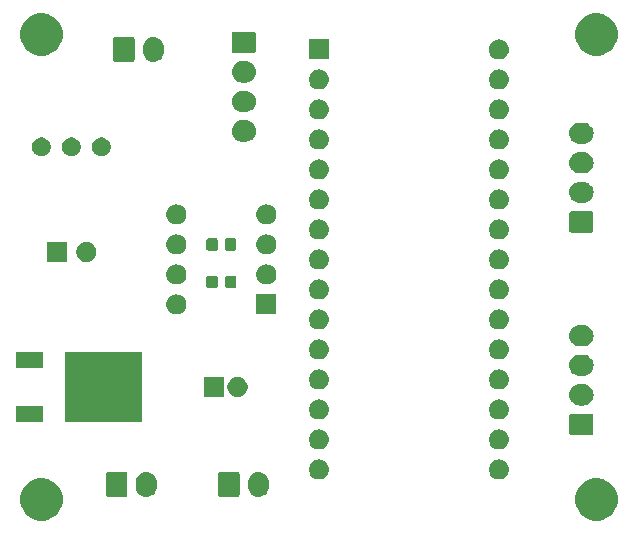
<source format=gts>
G04 #@! TF.GenerationSoftware,KiCad,Pcbnew,(5.1.2)-2*
G04 #@! TF.CreationDate,2021-05-31T16:07:44+09:00*
G04 #@! TF.ProjectId,enc_can_2,656e635f-6361-46e5-9f32-2e6b69636164,rev?*
G04 #@! TF.SameCoordinates,Original*
G04 #@! TF.FileFunction,Soldermask,Top*
G04 #@! TF.FilePolarity,Negative*
%FSLAX46Y46*%
G04 Gerber Fmt 4.6, Leading zero omitted, Abs format (unit mm)*
G04 Created by KiCad (PCBNEW (5.1.2)-2) date 2021-05-31 16:07:44*
%MOMM*%
%LPD*%
G04 APERTURE LIST*
%ADD10C,0.100000*%
G04 APERTURE END LIST*
D10*
G36*
X158640331Y-127808211D02*
G01*
X158968092Y-127943974D01*
X159263070Y-128141072D01*
X159513928Y-128391930D01*
X159711026Y-128686908D01*
X159846789Y-129014669D01*
X159916000Y-129362616D01*
X159916000Y-129717384D01*
X159846789Y-130065331D01*
X159711026Y-130393092D01*
X159513928Y-130688070D01*
X159263070Y-130938928D01*
X158968092Y-131136026D01*
X158640331Y-131271789D01*
X158292384Y-131341000D01*
X157937616Y-131341000D01*
X157589669Y-131271789D01*
X157261908Y-131136026D01*
X156966930Y-130938928D01*
X156716072Y-130688070D01*
X156518974Y-130393092D01*
X156383211Y-130065331D01*
X156314000Y-129717384D01*
X156314000Y-129362616D01*
X156383211Y-129014669D01*
X156518974Y-128686908D01*
X156716072Y-128391930D01*
X156966930Y-128141072D01*
X157261908Y-127943974D01*
X157589669Y-127808211D01*
X157937616Y-127739000D01*
X158292384Y-127739000D01*
X158640331Y-127808211D01*
X158640331Y-127808211D01*
G37*
G36*
X111650331Y-127808211D02*
G01*
X111978092Y-127943974D01*
X112273070Y-128141072D01*
X112523928Y-128391930D01*
X112721026Y-128686908D01*
X112856789Y-129014669D01*
X112926000Y-129362616D01*
X112926000Y-129717384D01*
X112856789Y-130065331D01*
X112721026Y-130393092D01*
X112523928Y-130688070D01*
X112273070Y-130938928D01*
X111978092Y-131136026D01*
X111650331Y-131271789D01*
X111302384Y-131341000D01*
X110947616Y-131341000D01*
X110599669Y-131271789D01*
X110271908Y-131136026D01*
X109976930Y-130938928D01*
X109726072Y-130688070D01*
X109528974Y-130393092D01*
X109393211Y-130065331D01*
X109324000Y-129717384D01*
X109324000Y-129362616D01*
X109393211Y-129014669D01*
X109528974Y-128686908D01*
X109726072Y-128391930D01*
X109976930Y-128141072D01*
X110271908Y-127943974D01*
X110599669Y-127808211D01*
X110947616Y-127739000D01*
X111302384Y-127739000D01*
X111650331Y-127808211D01*
X111650331Y-127808211D01*
G37*
G36*
X120191626Y-127232037D02*
G01*
X120361465Y-127283557D01*
X120361467Y-127283558D01*
X120517989Y-127367221D01*
X120655186Y-127479814D01*
X120738448Y-127581271D01*
X120767778Y-127617009D01*
X120851443Y-127773534D01*
X120902963Y-127943373D01*
X120916000Y-128075742D01*
X120916000Y-128464257D01*
X120902963Y-128596626D01*
X120851443Y-128766466D01*
X120767778Y-128922991D01*
X120738448Y-128958729D01*
X120655186Y-129060186D01*
X120560250Y-129138097D01*
X120517991Y-129172778D01*
X120361466Y-129256443D01*
X120191627Y-129307963D01*
X120015000Y-129325359D01*
X119838374Y-129307963D01*
X119668535Y-129256443D01*
X119512010Y-129172778D01*
X119374815Y-129060185D01*
X119262222Y-128922991D01*
X119178557Y-128766466D01*
X119127037Y-128596627D01*
X119114000Y-128464258D01*
X119114000Y-128075743D01*
X119127037Y-127943374D01*
X119178557Y-127773535D01*
X119262222Y-127617010D01*
X119272358Y-127604659D01*
X119374814Y-127479814D01*
X119476271Y-127396552D01*
X119512009Y-127367222D01*
X119668534Y-127283557D01*
X119838373Y-127232037D01*
X120015000Y-127214641D01*
X120191626Y-127232037D01*
X120191626Y-127232037D01*
G37*
G36*
X129676626Y-127232037D02*
G01*
X129846465Y-127283557D01*
X129846467Y-127283558D01*
X130002989Y-127367221D01*
X130140186Y-127479814D01*
X130223448Y-127581271D01*
X130252778Y-127617009D01*
X130336443Y-127773534D01*
X130387963Y-127943373D01*
X130401000Y-128075742D01*
X130401000Y-128464257D01*
X130387963Y-128596626D01*
X130336443Y-128766466D01*
X130252778Y-128922991D01*
X130223448Y-128958729D01*
X130140186Y-129060186D01*
X130045250Y-129138097D01*
X130002991Y-129172778D01*
X129846466Y-129256443D01*
X129676627Y-129307963D01*
X129500000Y-129325359D01*
X129323374Y-129307963D01*
X129153535Y-129256443D01*
X128997010Y-129172778D01*
X128859815Y-129060185D01*
X128747222Y-128922991D01*
X128663557Y-128766466D01*
X128612037Y-128596627D01*
X128599000Y-128464258D01*
X128599000Y-128075743D01*
X128612037Y-127943374D01*
X128663557Y-127773535D01*
X128747222Y-127617010D01*
X128757358Y-127604659D01*
X128859814Y-127479814D01*
X128961271Y-127396552D01*
X128997009Y-127367222D01*
X129153534Y-127283557D01*
X129323373Y-127232037D01*
X129500000Y-127214641D01*
X129676626Y-127232037D01*
X129676626Y-127232037D01*
G37*
G36*
X118273600Y-127222989D02*
G01*
X118306652Y-127233015D01*
X118337103Y-127249292D01*
X118363799Y-127271201D01*
X118385708Y-127297897D01*
X118401985Y-127328348D01*
X118412011Y-127361400D01*
X118416000Y-127401903D01*
X118416000Y-129138097D01*
X118412011Y-129178600D01*
X118401985Y-129211652D01*
X118385708Y-129242103D01*
X118363799Y-129268799D01*
X118337103Y-129290708D01*
X118306652Y-129306985D01*
X118273600Y-129317011D01*
X118233097Y-129321000D01*
X116796903Y-129321000D01*
X116756400Y-129317011D01*
X116723348Y-129306985D01*
X116692897Y-129290708D01*
X116666201Y-129268799D01*
X116644292Y-129242103D01*
X116628015Y-129211652D01*
X116617989Y-129178600D01*
X116614000Y-129138097D01*
X116614000Y-127401903D01*
X116617989Y-127361400D01*
X116628015Y-127328348D01*
X116644292Y-127297897D01*
X116666201Y-127271201D01*
X116692897Y-127249292D01*
X116723348Y-127233015D01*
X116756400Y-127222989D01*
X116796903Y-127219000D01*
X118233097Y-127219000D01*
X118273600Y-127222989D01*
X118273600Y-127222989D01*
G37*
G36*
X127758600Y-127222989D02*
G01*
X127791652Y-127233015D01*
X127822103Y-127249292D01*
X127848799Y-127271201D01*
X127870708Y-127297897D01*
X127886985Y-127328348D01*
X127897011Y-127361400D01*
X127901000Y-127401903D01*
X127901000Y-129138097D01*
X127897011Y-129178600D01*
X127886985Y-129211652D01*
X127870708Y-129242103D01*
X127848799Y-129268799D01*
X127822103Y-129290708D01*
X127791652Y-129306985D01*
X127758600Y-129317011D01*
X127718097Y-129321000D01*
X126281903Y-129321000D01*
X126241400Y-129317011D01*
X126208348Y-129306985D01*
X126177897Y-129290708D01*
X126151201Y-129268799D01*
X126129292Y-129242103D01*
X126113015Y-129211652D01*
X126102989Y-129178600D01*
X126099000Y-129138097D01*
X126099000Y-127401903D01*
X126102989Y-127361400D01*
X126113015Y-127328348D01*
X126129292Y-127297897D01*
X126151201Y-127271201D01*
X126177897Y-127249292D01*
X126208348Y-127233015D01*
X126241400Y-127222989D01*
X126281903Y-127219000D01*
X127718097Y-127219000D01*
X127758600Y-127222989D01*
X127758600Y-127222989D01*
G37*
G36*
X150026823Y-126161313D02*
G01*
X150187242Y-126209976D01*
X150319906Y-126280886D01*
X150335078Y-126288996D01*
X150464659Y-126395341D01*
X150571004Y-126524922D01*
X150571005Y-126524924D01*
X150650024Y-126672758D01*
X150698687Y-126833177D01*
X150715117Y-127000000D01*
X150698687Y-127166823D01*
X150650024Y-127327242D01*
X150628654Y-127367222D01*
X150571004Y-127475078D01*
X150464659Y-127604659D01*
X150335078Y-127711004D01*
X150335076Y-127711005D01*
X150187242Y-127790024D01*
X150026823Y-127838687D01*
X149901804Y-127851000D01*
X149818196Y-127851000D01*
X149693177Y-127838687D01*
X149532758Y-127790024D01*
X149384924Y-127711005D01*
X149384922Y-127711004D01*
X149255341Y-127604659D01*
X149148996Y-127475078D01*
X149091346Y-127367222D01*
X149069976Y-127327242D01*
X149021313Y-127166823D01*
X149004883Y-127000000D01*
X149021313Y-126833177D01*
X149069976Y-126672758D01*
X149148995Y-126524924D01*
X149148996Y-126524922D01*
X149255341Y-126395341D01*
X149384922Y-126288996D01*
X149400094Y-126280886D01*
X149532758Y-126209976D01*
X149693177Y-126161313D01*
X149818196Y-126149000D01*
X149901804Y-126149000D01*
X150026823Y-126161313D01*
X150026823Y-126161313D01*
G37*
G36*
X134786823Y-126161313D02*
G01*
X134947242Y-126209976D01*
X135079906Y-126280886D01*
X135095078Y-126288996D01*
X135224659Y-126395341D01*
X135331004Y-126524922D01*
X135331005Y-126524924D01*
X135410024Y-126672758D01*
X135458687Y-126833177D01*
X135475117Y-127000000D01*
X135458687Y-127166823D01*
X135410024Y-127327242D01*
X135388654Y-127367222D01*
X135331004Y-127475078D01*
X135224659Y-127604659D01*
X135095078Y-127711004D01*
X135095076Y-127711005D01*
X134947242Y-127790024D01*
X134786823Y-127838687D01*
X134661804Y-127851000D01*
X134578196Y-127851000D01*
X134453177Y-127838687D01*
X134292758Y-127790024D01*
X134144924Y-127711005D01*
X134144922Y-127711004D01*
X134015341Y-127604659D01*
X133908996Y-127475078D01*
X133851346Y-127367222D01*
X133829976Y-127327242D01*
X133781313Y-127166823D01*
X133764883Y-127000000D01*
X133781313Y-126833177D01*
X133829976Y-126672758D01*
X133908995Y-126524924D01*
X133908996Y-126524922D01*
X134015341Y-126395341D01*
X134144922Y-126288996D01*
X134160094Y-126280886D01*
X134292758Y-126209976D01*
X134453177Y-126161313D01*
X134578196Y-126149000D01*
X134661804Y-126149000D01*
X134786823Y-126161313D01*
X134786823Y-126161313D01*
G37*
G36*
X150026823Y-123621313D02*
G01*
X150187242Y-123669976D01*
X150319906Y-123740886D01*
X150335078Y-123748996D01*
X150464659Y-123855341D01*
X150571004Y-123984922D01*
X150571005Y-123984924D01*
X150650024Y-124132758D01*
X150698687Y-124293177D01*
X150715117Y-124460000D01*
X150698687Y-124626823D01*
X150650024Y-124787242D01*
X150579114Y-124919906D01*
X150571004Y-124935078D01*
X150464659Y-125064659D01*
X150335078Y-125171004D01*
X150335076Y-125171005D01*
X150187242Y-125250024D01*
X150026823Y-125298687D01*
X149901804Y-125311000D01*
X149818196Y-125311000D01*
X149693177Y-125298687D01*
X149532758Y-125250024D01*
X149384924Y-125171005D01*
X149384922Y-125171004D01*
X149255341Y-125064659D01*
X149148996Y-124935078D01*
X149140886Y-124919906D01*
X149069976Y-124787242D01*
X149021313Y-124626823D01*
X149004883Y-124460000D01*
X149021313Y-124293177D01*
X149069976Y-124132758D01*
X149148995Y-123984924D01*
X149148996Y-123984922D01*
X149255341Y-123855341D01*
X149384922Y-123748996D01*
X149400094Y-123740886D01*
X149532758Y-123669976D01*
X149693177Y-123621313D01*
X149818196Y-123609000D01*
X149901804Y-123609000D01*
X150026823Y-123621313D01*
X150026823Y-123621313D01*
G37*
G36*
X134786823Y-123621313D02*
G01*
X134947242Y-123669976D01*
X135079906Y-123740886D01*
X135095078Y-123748996D01*
X135224659Y-123855341D01*
X135331004Y-123984922D01*
X135331005Y-123984924D01*
X135410024Y-124132758D01*
X135458687Y-124293177D01*
X135475117Y-124460000D01*
X135458687Y-124626823D01*
X135410024Y-124787242D01*
X135339114Y-124919906D01*
X135331004Y-124935078D01*
X135224659Y-125064659D01*
X135095078Y-125171004D01*
X135095076Y-125171005D01*
X134947242Y-125250024D01*
X134786823Y-125298687D01*
X134661804Y-125311000D01*
X134578196Y-125311000D01*
X134453177Y-125298687D01*
X134292758Y-125250024D01*
X134144924Y-125171005D01*
X134144922Y-125171004D01*
X134015341Y-125064659D01*
X133908996Y-124935078D01*
X133900886Y-124919906D01*
X133829976Y-124787242D01*
X133781313Y-124626823D01*
X133764883Y-124460000D01*
X133781313Y-124293177D01*
X133829976Y-124132758D01*
X133908995Y-123984924D01*
X133908996Y-123984922D01*
X134015341Y-123855341D01*
X134144922Y-123748996D01*
X134160094Y-123740886D01*
X134292758Y-123669976D01*
X134453177Y-123621313D01*
X134578196Y-123609000D01*
X134661804Y-123609000D01*
X134786823Y-123621313D01*
X134786823Y-123621313D01*
G37*
G36*
X157728600Y-122292989D02*
G01*
X157761652Y-122303015D01*
X157792103Y-122319292D01*
X157818799Y-122341201D01*
X157840708Y-122367897D01*
X157856985Y-122398348D01*
X157867011Y-122431400D01*
X157871000Y-122471903D01*
X157871000Y-123908097D01*
X157867011Y-123948600D01*
X157856985Y-123981652D01*
X157840708Y-124012103D01*
X157818799Y-124038799D01*
X157792103Y-124060708D01*
X157761652Y-124076985D01*
X157728600Y-124087011D01*
X157688097Y-124091000D01*
X156001903Y-124091000D01*
X155961400Y-124087011D01*
X155928348Y-124076985D01*
X155897897Y-124060708D01*
X155871201Y-124038799D01*
X155849292Y-124012103D01*
X155833015Y-123981652D01*
X155822989Y-123948600D01*
X155819000Y-123908097D01*
X155819000Y-122471903D01*
X155822989Y-122431400D01*
X155833015Y-122398348D01*
X155849292Y-122367897D01*
X155871201Y-122341201D01*
X155897897Y-122319292D01*
X155928348Y-122303015D01*
X155961400Y-122292989D01*
X156001903Y-122289000D01*
X157688097Y-122289000D01*
X157728600Y-122292989D01*
X157728600Y-122292989D01*
G37*
G36*
X119651000Y-122966000D02*
G01*
X113149000Y-122966000D01*
X113149000Y-117064000D01*
X119651000Y-117064000D01*
X119651000Y-122966000D01*
X119651000Y-122966000D01*
G37*
G36*
X111251000Y-122946000D02*
G01*
X108949000Y-122946000D01*
X108949000Y-121644000D01*
X111251000Y-121644000D01*
X111251000Y-122946000D01*
X111251000Y-122946000D01*
G37*
G36*
X134786823Y-121081313D02*
G01*
X134947242Y-121129976D01*
X135065131Y-121192989D01*
X135095078Y-121208996D01*
X135224659Y-121315341D01*
X135331004Y-121444922D01*
X135331005Y-121444924D01*
X135410024Y-121592758D01*
X135458687Y-121753177D01*
X135475117Y-121920000D01*
X135458687Y-122086823D01*
X135410024Y-122247242D01*
X135371512Y-122319292D01*
X135331004Y-122395078D01*
X135224659Y-122524659D01*
X135095078Y-122631004D01*
X135095076Y-122631005D01*
X134947242Y-122710024D01*
X134786823Y-122758687D01*
X134661804Y-122771000D01*
X134578196Y-122771000D01*
X134453177Y-122758687D01*
X134292758Y-122710024D01*
X134144924Y-122631005D01*
X134144922Y-122631004D01*
X134015341Y-122524659D01*
X133908996Y-122395078D01*
X133868488Y-122319292D01*
X133829976Y-122247242D01*
X133781313Y-122086823D01*
X133764883Y-121920000D01*
X133781313Y-121753177D01*
X133829976Y-121592758D01*
X133908995Y-121444924D01*
X133908996Y-121444922D01*
X134015341Y-121315341D01*
X134144922Y-121208996D01*
X134174869Y-121192989D01*
X134292758Y-121129976D01*
X134453177Y-121081313D01*
X134578196Y-121069000D01*
X134661804Y-121069000D01*
X134786823Y-121081313D01*
X134786823Y-121081313D01*
G37*
G36*
X150026823Y-121081313D02*
G01*
X150187242Y-121129976D01*
X150305131Y-121192989D01*
X150335078Y-121208996D01*
X150464659Y-121315341D01*
X150571004Y-121444922D01*
X150571005Y-121444924D01*
X150650024Y-121592758D01*
X150698687Y-121753177D01*
X150715117Y-121920000D01*
X150698687Y-122086823D01*
X150650024Y-122247242D01*
X150611512Y-122319292D01*
X150571004Y-122395078D01*
X150464659Y-122524659D01*
X150335078Y-122631004D01*
X150335076Y-122631005D01*
X150187242Y-122710024D01*
X150026823Y-122758687D01*
X149901804Y-122771000D01*
X149818196Y-122771000D01*
X149693177Y-122758687D01*
X149532758Y-122710024D01*
X149384924Y-122631005D01*
X149384922Y-122631004D01*
X149255341Y-122524659D01*
X149148996Y-122395078D01*
X149108488Y-122319292D01*
X149069976Y-122247242D01*
X149021313Y-122086823D01*
X149004883Y-121920000D01*
X149021313Y-121753177D01*
X149069976Y-121592758D01*
X149148995Y-121444924D01*
X149148996Y-121444922D01*
X149255341Y-121315341D01*
X149384922Y-121208996D01*
X149414869Y-121192989D01*
X149532758Y-121129976D01*
X149693177Y-121081313D01*
X149818196Y-121069000D01*
X149901804Y-121069000D01*
X150026823Y-121081313D01*
X150026823Y-121081313D01*
G37*
G36*
X157080443Y-119795519D02*
G01*
X157146627Y-119802037D01*
X157316466Y-119853557D01*
X157472991Y-119937222D01*
X157508729Y-119966552D01*
X157610186Y-120049814D01*
X157693448Y-120151271D01*
X157722778Y-120187009D01*
X157806443Y-120343534D01*
X157857963Y-120513373D01*
X157875359Y-120690000D01*
X157857963Y-120866627D01*
X157806443Y-121036466D01*
X157722778Y-121192991D01*
X157709643Y-121208996D01*
X157610186Y-121330186D01*
X157508729Y-121413448D01*
X157472991Y-121442778D01*
X157316466Y-121526443D01*
X157146627Y-121577963D01*
X157080442Y-121584482D01*
X157014260Y-121591000D01*
X156675740Y-121591000D01*
X156609558Y-121584482D01*
X156543373Y-121577963D01*
X156373534Y-121526443D01*
X156217009Y-121442778D01*
X156181271Y-121413448D01*
X156079814Y-121330186D01*
X155980357Y-121208996D01*
X155967222Y-121192991D01*
X155883557Y-121036466D01*
X155832037Y-120866627D01*
X155814641Y-120690000D01*
X155832037Y-120513373D01*
X155883557Y-120343534D01*
X155967222Y-120187009D01*
X155996552Y-120151271D01*
X156079814Y-120049814D01*
X156181271Y-119966552D01*
X156217009Y-119937222D01*
X156373534Y-119853557D01*
X156543373Y-119802037D01*
X156609557Y-119795519D01*
X156675740Y-119789000D01*
X157014260Y-119789000D01*
X157080443Y-119795519D01*
X157080443Y-119795519D01*
G37*
G36*
X127978228Y-119196703D02*
G01*
X128133100Y-119260853D01*
X128272481Y-119353985D01*
X128391015Y-119472519D01*
X128484147Y-119611900D01*
X128548297Y-119766772D01*
X128581000Y-119931184D01*
X128581000Y-120098816D01*
X128548297Y-120263228D01*
X128484147Y-120418100D01*
X128391015Y-120557481D01*
X128272481Y-120676015D01*
X128133100Y-120769147D01*
X127978228Y-120833297D01*
X127813816Y-120866000D01*
X127646184Y-120866000D01*
X127481772Y-120833297D01*
X127326900Y-120769147D01*
X127187519Y-120676015D01*
X127068985Y-120557481D01*
X126975853Y-120418100D01*
X126911703Y-120263228D01*
X126879000Y-120098816D01*
X126879000Y-119931184D01*
X126911703Y-119766772D01*
X126975853Y-119611900D01*
X127068985Y-119472519D01*
X127187519Y-119353985D01*
X127326900Y-119260853D01*
X127481772Y-119196703D01*
X127646184Y-119164000D01*
X127813816Y-119164000D01*
X127978228Y-119196703D01*
X127978228Y-119196703D01*
G37*
G36*
X126581000Y-120866000D02*
G01*
X124879000Y-120866000D01*
X124879000Y-119164000D01*
X126581000Y-119164000D01*
X126581000Y-120866000D01*
X126581000Y-120866000D01*
G37*
G36*
X150026823Y-118541313D02*
G01*
X150187242Y-118589976D01*
X150319906Y-118660886D01*
X150335078Y-118668996D01*
X150464659Y-118775341D01*
X150571004Y-118904922D01*
X150571005Y-118904924D01*
X150650024Y-119052758D01*
X150698687Y-119213177D01*
X150715117Y-119380000D01*
X150698687Y-119546823D01*
X150650024Y-119707242D01*
X150606323Y-119789000D01*
X150571004Y-119855078D01*
X150464659Y-119984659D01*
X150335078Y-120091004D01*
X150335076Y-120091005D01*
X150187242Y-120170024D01*
X150026823Y-120218687D01*
X149901804Y-120231000D01*
X149818196Y-120231000D01*
X149693177Y-120218687D01*
X149532758Y-120170024D01*
X149384924Y-120091005D01*
X149384922Y-120091004D01*
X149255341Y-119984659D01*
X149148996Y-119855078D01*
X149113677Y-119789000D01*
X149069976Y-119707242D01*
X149021313Y-119546823D01*
X149004883Y-119380000D01*
X149021313Y-119213177D01*
X149069976Y-119052758D01*
X149148995Y-118904924D01*
X149148996Y-118904922D01*
X149255341Y-118775341D01*
X149384922Y-118668996D01*
X149400094Y-118660886D01*
X149532758Y-118589976D01*
X149693177Y-118541313D01*
X149818196Y-118529000D01*
X149901804Y-118529000D01*
X150026823Y-118541313D01*
X150026823Y-118541313D01*
G37*
G36*
X134786823Y-118541313D02*
G01*
X134947242Y-118589976D01*
X135079906Y-118660886D01*
X135095078Y-118668996D01*
X135224659Y-118775341D01*
X135331004Y-118904922D01*
X135331005Y-118904924D01*
X135410024Y-119052758D01*
X135458687Y-119213177D01*
X135475117Y-119380000D01*
X135458687Y-119546823D01*
X135410024Y-119707242D01*
X135366323Y-119789000D01*
X135331004Y-119855078D01*
X135224659Y-119984659D01*
X135095078Y-120091004D01*
X135095076Y-120091005D01*
X134947242Y-120170024D01*
X134786823Y-120218687D01*
X134661804Y-120231000D01*
X134578196Y-120231000D01*
X134453177Y-120218687D01*
X134292758Y-120170024D01*
X134144924Y-120091005D01*
X134144922Y-120091004D01*
X134015341Y-119984659D01*
X133908996Y-119855078D01*
X133873677Y-119789000D01*
X133829976Y-119707242D01*
X133781313Y-119546823D01*
X133764883Y-119380000D01*
X133781313Y-119213177D01*
X133829976Y-119052758D01*
X133908995Y-118904924D01*
X133908996Y-118904922D01*
X134015341Y-118775341D01*
X134144922Y-118668996D01*
X134160094Y-118660886D01*
X134292758Y-118589976D01*
X134453177Y-118541313D01*
X134578196Y-118529000D01*
X134661804Y-118529000D01*
X134786823Y-118541313D01*
X134786823Y-118541313D01*
G37*
G36*
X157080442Y-117295518D02*
G01*
X157146627Y-117302037D01*
X157316466Y-117353557D01*
X157472991Y-117437222D01*
X157508729Y-117466552D01*
X157610186Y-117549814D01*
X157676012Y-117630025D01*
X157722778Y-117687009D01*
X157806443Y-117843534D01*
X157857963Y-118013373D01*
X157875359Y-118190000D01*
X157857963Y-118366627D01*
X157806443Y-118536466D01*
X157722778Y-118692991D01*
X157693448Y-118728729D01*
X157610186Y-118830186D01*
X157519116Y-118904924D01*
X157472991Y-118942778D01*
X157316466Y-119026443D01*
X157146627Y-119077963D01*
X157080442Y-119084482D01*
X157014260Y-119091000D01*
X156675740Y-119091000D01*
X156609558Y-119084482D01*
X156543373Y-119077963D01*
X156373534Y-119026443D01*
X156217009Y-118942778D01*
X156170884Y-118904924D01*
X156079814Y-118830186D01*
X155996552Y-118728729D01*
X155967222Y-118692991D01*
X155883557Y-118536466D01*
X155832037Y-118366627D01*
X155814641Y-118190000D01*
X155832037Y-118013373D01*
X155883557Y-117843534D01*
X155967222Y-117687009D01*
X156013988Y-117630025D01*
X156079814Y-117549814D01*
X156181271Y-117466552D01*
X156217009Y-117437222D01*
X156373534Y-117353557D01*
X156543373Y-117302037D01*
X156609558Y-117295518D01*
X156675740Y-117289000D01*
X157014260Y-117289000D01*
X157080442Y-117295518D01*
X157080442Y-117295518D01*
G37*
G36*
X111251000Y-118386000D02*
G01*
X108949000Y-118386000D01*
X108949000Y-117084000D01*
X111251000Y-117084000D01*
X111251000Y-118386000D01*
X111251000Y-118386000D01*
G37*
G36*
X134786823Y-116001313D02*
G01*
X134947242Y-116049976D01*
X135079906Y-116120886D01*
X135095078Y-116128996D01*
X135224659Y-116235341D01*
X135331004Y-116364922D01*
X135331005Y-116364924D01*
X135410024Y-116512758D01*
X135458687Y-116673177D01*
X135475117Y-116840000D01*
X135458687Y-117006823D01*
X135410024Y-117167242D01*
X135344943Y-117289000D01*
X135331004Y-117315078D01*
X135224659Y-117444659D01*
X135095078Y-117551004D01*
X135095076Y-117551005D01*
X134947242Y-117630024D01*
X134786823Y-117678687D01*
X134661804Y-117691000D01*
X134578196Y-117691000D01*
X134453177Y-117678687D01*
X134292758Y-117630024D01*
X134144924Y-117551005D01*
X134144922Y-117551004D01*
X134015341Y-117444659D01*
X133908996Y-117315078D01*
X133895057Y-117289000D01*
X133829976Y-117167242D01*
X133781313Y-117006823D01*
X133764883Y-116840000D01*
X133781313Y-116673177D01*
X133829976Y-116512758D01*
X133908995Y-116364924D01*
X133908996Y-116364922D01*
X134015341Y-116235341D01*
X134144922Y-116128996D01*
X134160094Y-116120886D01*
X134292758Y-116049976D01*
X134453177Y-116001313D01*
X134578196Y-115989000D01*
X134661804Y-115989000D01*
X134786823Y-116001313D01*
X134786823Y-116001313D01*
G37*
G36*
X150026823Y-116001313D02*
G01*
X150187242Y-116049976D01*
X150319906Y-116120886D01*
X150335078Y-116128996D01*
X150464659Y-116235341D01*
X150571004Y-116364922D01*
X150571005Y-116364924D01*
X150650024Y-116512758D01*
X150698687Y-116673177D01*
X150715117Y-116840000D01*
X150698687Y-117006823D01*
X150650024Y-117167242D01*
X150584943Y-117289000D01*
X150571004Y-117315078D01*
X150464659Y-117444659D01*
X150335078Y-117551004D01*
X150335076Y-117551005D01*
X150187242Y-117630024D01*
X150026823Y-117678687D01*
X149901804Y-117691000D01*
X149818196Y-117691000D01*
X149693177Y-117678687D01*
X149532758Y-117630024D01*
X149384924Y-117551005D01*
X149384922Y-117551004D01*
X149255341Y-117444659D01*
X149148996Y-117315078D01*
X149135057Y-117289000D01*
X149069976Y-117167242D01*
X149021313Y-117006823D01*
X149004883Y-116840000D01*
X149021313Y-116673177D01*
X149069976Y-116512758D01*
X149148995Y-116364924D01*
X149148996Y-116364922D01*
X149255341Y-116235341D01*
X149384922Y-116128996D01*
X149400094Y-116120886D01*
X149532758Y-116049976D01*
X149693177Y-116001313D01*
X149818196Y-115989000D01*
X149901804Y-115989000D01*
X150026823Y-116001313D01*
X150026823Y-116001313D01*
G37*
G36*
X157080442Y-114795518D02*
G01*
X157146627Y-114802037D01*
X157316466Y-114853557D01*
X157472991Y-114937222D01*
X157508729Y-114966552D01*
X157610186Y-115049814D01*
X157683120Y-115138686D01*
X157722778Y-115187009D01*
X157806443Y-115343534D01*
X157857963Y-115513373D01*
X157875359Y-115690000D01*
X157857963Y-115866627D01*
X157806443Y-116036466D01*
X157722778Y-116192991D01*
X157693448Y-116228729D01*
X157610186Y-116330186D01*
X157508729Y-116413448D01*
X157472991Y-116442778D01*
X157316466Y-116526443D01*
X157146627Y-116577963D01*
X157080442Y-116584482D01*
X157014260Y-116591000D01*
X156675740Y-116591000D01*
X156609558Y-116584482D01*
X156543373Y-116577963D01*
X156373534Y-116526443D01*
X156217009Y-116442778D01*
X156181271Y-116413448D01*
X156079814Y-116330186D01*
X155996552Y-116228729D01*
X155967222Y-116192991D01*
X155883557Y-116036466D01*
X155832037Y-115866627D01*
X155814641Y-115690000D01*
X155832037Y-115513373D01*
X155883557Y-115343534D01*
X155967222Y-115187009D01*
X156006880Y-115138686D01*
X156079814Y-115049814D01*
X156181271Y-114966552D01*
X156217009Y-114937222D01*
X156373534Y-114853557D01*
X156543373Y-114802037D01*
X156609558Y-114795518D01*
X156675740Y-114789000D01*
X157014260Y-114789000D01*
X157080442Y-114795518D01*
X157080442Y-114795518D01*
G37*
G36*
X150026823Y-113461313D02*
G01*
X150187242Y-113509976D01*
X150319906Y-113580886D01*
X150335078Y-113588996D01*
X150464659Y-113695341D01*
X150571004Y-113824922D01*
X150571005Y-113824924D01*
X150650024Y-113972758D01*
X150698687Y-114133177D01*
X150715117Y-114300000D01*
X150698687Y-114466823D01*
X150650024Y-114627242D01*
X150579114Y-114759906D01*
X150571004Y-114775078D01*
X150464659Y-114904659D01*
X150335078Y-115011004D01*
X150335076Y-115011005D01*
X150187242Y-115090024D01*
X150026823Y-115138687D01*
X149901804Y-115151000D01*
X149818196Y-115151000D01*
X149693177Y-115138687D01*
X149532758Y-115090024D01*
X149384924Y-115011005D01*
X149384922Y-115011004D01*
X149255341Y-114904659D01*
X149148996Y-114775078D01*
X149140886Y-114759906D01*
X149069976Y-114627242D01*
X149021313Y-114466823D01*
X149004883Y-114300000D01*
X149021313Y-114133177D01*
X149069976Y-113972758D01*
X149148995Y-113824924D01*
X149148996Y-113824922D01*
X149255341Y-113695341D01*
X149384922Y-113588996D01*
X149400094Y-113580886D01*
X149532758Y-113509976D01*
X149693177Y-113461313D01*
X149818196Y-113449000D01*
X149901804Y-113449000D01*
X150026823Y-113461313D01*
X150026823Y-113461313D01*
G37*
G36*
X134786823Y-113461313D02*
G01*
X134947242Y-113509976D01*
X135079906Y-113580886D01*
X135095078Y-113588996D01*
X135224659Y-113695341D01*
X135331004Y-113824922D01*
X135331005Y-113824924D01*
X135410024Y-113972758D01*
X135458687Y-114133177D01*
X135475117Y-114300000D01*
X135458687Y-114466823D01*
X135410024Y-114627242D01*
X135339114Y-114759906D01*
X135331004Y-114775078D01*
X135224659Y-114904659D01*
X135095078Y-115011004D01*
X135095076Y-115011005D01*
X134947242Y-115090024D01*
X134786823Y-115138687D01*
X134661804Y-115151000D01*
X134578196Y-115151000D01*
X134453177Y-115138687D01*
X134292758Y-115090024D01*
X134144924Y-115011005D01*
X134144922Y-115011004D01*
X134015341Y-114904659D01*
X133908996Y-114775078D01*
X133900886Y-114759906D01*
X133829976Y-114627242D01*
X133781313Y-114466823D01*
X133764883Y-114300000D01*
X133781313Y-114133177D01*
X133829976Y-113972758D01*
X133908995Y-113824924D01*
X133908996Y-113824922D01*
X134015341Y-113695341D01*
X134144922Y-113588996D01*
X134160094Y-113580886D01*
X134292758Y-113509976D01*
X134453177Y-113461313D01*
X134578196Y-113449000D01*
X134661804Y-113449000D01*
X134786823Y-113461313D01*
X134786823Y-113461313D01*
G37*
G36*
X131026000Y-113881000D02*
G01*
X129324000Y-113881000D01*
X129324000Y-112179000D01*
X131026000Y-112179000D01*
X131026000Y-113881000D01*
X131026000Y-113881000D01*
G37*
G36*
X122721823Y-112191313D02*
G01*
X122882242Y-112239976D01*
X123014906Y-112310886D01*
X123030078Y-112318996D01*
X123159659Y-112425341D01*
X123266004Y-112554922D01*
X123266005Y-112554924D01*
X123345024Y-112702758D01*
X123393687Y-112863177D01*
X123410117Y-113030000D01*
X123393687Y-113196823D01*
X123345024Y-113357242D01*
X123295978Y-113449000D01*
X123266004Y-113505078D01*
X123159659Y-113634659D01*
X123030078Y-113741004D01*
X123030076Y-113741005D01*
X122882242Y-113820024D01*
X122721823Y-113868687D01*
X122596804Y-113881000D01*
X122513196Y-113881000D01*
X122388177Y-113868687D01*
X122227758Y-113820024D01*
X122079924Y-113741005D01*
X122079922Y-113741004D01*
X121950341Y-113634659D01*
X121843996Y-113505078D01*
X121814022Y-113449000D01*
X121764976Y-113357242D01*
X121716313Y-113196823D01*
X121699883Y-113030000D01*
X121716313Y-112863177D01*
X121764976Y-112702758D01*
X121843995Y-112554924D01*
X121843996Y-112554922D01*
X121950341Y-112425341D01*
X122079922Y-112318996D01*
X122095094Y-112310886D01*
X122227758Y-112239976D01*
X122388177Y-112191313D01*
X122513196Y-112179000D01*
X122596804Y-112179000D01*
X122721823Y-112191313D01*
X122721823Y-112191313D01*
G37*
G36*
X134786823Y-110921313D02*
G01*
X134947242Y-110969976D01*
X135079906Y-111040886D01*
X135095078Y-111048996D01*
X135224659Y-111155341D01*
X135331004Y-111284922D01*
X135331005Y-111284924D01*
X135410024Y-111432758D01*
X135458687Y-111593177D01*
X135475117Y-111760000D01*
X135458687Y-111926823D01*
X135410024Y-112087242D01*
X135360978Y-112179000D01*
X135331004Y-112235078D01*
X135224659Y-112364659D01*
X135095078Y-112471004D01*
X135095076Y-112471005D01*
X134947242Y-112550024D01*
X134786823Y-112598687D01*
X134661804Y-112611000D01*
X134578196Y-112611000D01*
X134453177Y-112598687D01*
X134292758Y-112550024D01*
X134144924Y-112471005D01*
X134144922Y-112471004D01*
X134015341Y-112364659D01*
X133908996Y-112235078D01*
X133879022Y-112179000D01*
X133829976Y-112087242D01*
X133781313Y-111926823D01*
X133764883Y-111760000D01*
X133781313Y-111593177D01*
X133829976Y-111432758D01*
X133908995Y-111284924D01*
X133908996Y-111284922D01*
X134015341Y-111155341D01*
X134144922Y-111048996D01*
X134160094Y-111040886D01*
X134292758Y-110969976D01*
X134453177Y-110921313D01*
X134578196Y-110909000D01*
X134661804Y-110909000D01*
X134786823Y-110921313D01*
X134786823Y-110921313D01*
G37*
G36*
X150026823Y-110921313D02*
G01*
X150187242Y-110969976D01*
X150319906Y-111040886D01*
X150335078Y-111048996D01*
X150464659Y-111155341D01*
X150571004Y-111284922D01*
X150571005Y-111284924D01*
X150650024Y-111432758D01*
X150698687Y-111593177D01*
X150715117Y-111760000D01*
X150698687Y-111926823D01*
X150650024Y-112087242D01*
X150600978Y-112179000D01*
X150571004Y-112235078D01*
X150464659Y-112364659D01*
X150335078Y-112471004D01*
X150335076Y-112471005D01*
X150187242Y-112550024D01*
X150026823Y-112598687D01*
X149901804Y-112611000D01*
X149818196Y-112611000D01*
X149693177Y-112598687D01*
X149532758Y-112550024D01*
X149384924Y-112471005D01*
X149384922Y-112471004D01*
X149255341Y-112364659D01*
X149148996Y-112235078D01*
X149119022Y-112179000D01*
X149069976Y-112087242D01*
X149021313Y-111926823D01*
X149004883Y-111760000D01*
X149021313Y-111593177D01*
X149069976Y-111432758D01*
X149148995Y-111284924D01*
X149148996Y-111284922D01*
X149255341Y-111155341D01*
X149384922Y-111048996D01*
X149400094Y-111040886D01*
X149532758Y-110969976D01*
X149693177Y-110921313D01*
X149818196Y-110909000D01*
X149901804Y-110909000D01*
X150026823Y-110921313D01*
X150026823Y-110921313D01*
G37*
G36*
X127494591Y-110603085D02*
G01*
X127528569Y-110613393D01*
X127559890Y-110630134D01*
X127587339Y-110652661D01*
X127609866Y-110680110D01*
X127626607Y-110711431D01*
X127636915Y-110745409D01*
X127641000Y-110786890D01*
X127641000Y-111463110D01*
X127636915Y-111504591D01*
X127626607Y-111538569D01*
X127609866Y-111569890D01*
X127587339Y-111597339D01*
X127559890Y-111619866D01*
X127528569Y-111636607D01*
X127494591Y-111646915D01*
X127453110Y-111651000D01*
X126851890Y-111651000D01*
X126810409Y-111646915D01*
X126776431Y-111636607D01*
X126745110Y-111619866D01*
X126717661Y-111597339D01*
X126695134Y-111569890D01*
X126678393Y-111538569D01*
X126668085Y-111504591D01*
X126664000Y-111463110D01*
X126664000Y-110786890D01*
X126668085Y-110745409D01*
X126678393Y-110711431D01*
X126695134Y-110680110D01*
X126717661Y-110652661D01*
X126745110Y-110630134D01*
X126776431Y-110613393D01*
X126810409Y-110603085D01*
X126851890Y-110599000D01*
X127453110Y-110599000D01*
X127494591Y-110603085D01*
X127494591Y-110603085D01*
G37*
G36*
X125919591Y-110603085D02*
G01*
X125953569Y-110613393D01*
X125984890Y-110630134D01*
X126012339Y-110652661D01*
X126034866Y-110680110D01*
X126051607Y-110711431D01*
X126061915Y-110745409D01*
X126066000Y-110786890D01*
X126066000Y-111463110D01*
X126061915Y-111504591D01*
X126051607Y-111538569D01*
X126034866Y-111569890D01*
X126012339Y-111597339D01*
X125984890Y-111619866D01*
X125953569Y-111636607D01*
X125919591Y-111646915D01*
X125878110Y-111651000D01*
X125276890Y-111651000D01*
X125235409Y-111646915D01*
X125201431Y-111636607D01*
X125170110Y-111619866D01*
X125142661Y-111597339D01*
X125120134Y-111569890D01*
X125103393Y-111538569D01*
X125093085Y-111504591D01*
X125089000Y-111463110D01*
X125089000Y-110786890D01*
X125093085Y-110745409D01*
X125103393Y-110711431D01*
X125120134Y-110680110D01*
X125142661Y-110652661D01*
X125170110Y-110630134D01*
X125201431Y-110613393D01*
X125235409Y-110603085D01*
X125276890Y-110599000D01*
X125878110Y-110599000D01*
X125919591Y-110603085D01*
X125919591Y-110603085D01*
G37*
G36*
X130341823Y-109651313D02*
G01*
X130502242Y-109699976D01*
X130634906Y-109770886D01*
X130650078Y-109778996D01*
X130779659Y-109885341D01*
X130886004Y-110014922D01*
X130886005Y-110014924D01*
X130965024Y-110162758D01*
X131013687Y-110323177D01*
X131030117Y-110490000D01*
X131013687Y-110656823D01*
X130965024Y-110817242D01*
X130951122Y-110843250D01*
X130886004Y-110965078D01*
X130779659Y-111094659D01*
X130650078Y-111201004D01*
X130650076Y-111201005D01*
X130502242Y-111280024D01*
X130341823Y-111328687D01*
X130216804Y-111341000D01*
X130133196Y-111341000D01*
X130008177Y-111328687D01*
X129847758Y-111280024D01*
X129699924Y-111201005D01*
X129699922Y-111201004D01*
X129570341Y-111094659D01*
X129463996Y-110965078D01*
X129398878Y-110843250D01*
X129384976Y-110817242D01*
X129336313Y-110656823D01*
X129319883Y-110490000D01*
X129336313Y-110323177D01*
X129384976Y-110162758D01*
X129463995Y-110014924D01*
X129463996Y-110014922D01*
X129570341Y-109885341D01*
X129699922Y-109778996D01*
X129715094Y-109770886D01*
X129847758Y-109699976D01*
X130008177Y-109651313D01*
X130133196Y-109639000D01*
X130216804Y-109639000D01*
X130341823Y-109651313D01*
X130341823Y-109651313D01*
G37*
G36*
X122721823Y-109651313D02*
G01*
X122882242Y-109699976D01*
X123014906Y-109770886D01*
X123030078Y-109778996D01*
X123159659Y-109885341D01*
X123266004Y-110014922D01*
X123266005Y-110014924D01*
X123345024Y-110162758D01*
X123393687Y-110323177D01*
X123410117Y-110490000D01*
X123393687Y-110656823D01*
X123345024Y-110817242D01*
X123331122Y-110843250D01*
X123266004Y-110965078D01*
X123159659Y-111094659D01*
X123030078Y-111201004D01*
X123030076Y-111201005D01*
X122882242Y-111280024D01*
X122721823Y-111328687D01*
X122596804Y-111341000D01*
X122513196Y-111341000D01*
X122388177Y-111328687D01*
X122227758Y-111280024D01*
X122079924Y-111201005D01*
X122079922Y-111201004D01*
X121950341Y-111094659D01*
X121843996Y-110965078D01*
X121778878Y-110843250D01*
X121764976Y-110817242D01*
X121716313Y-110656823D01*
X121699883Y-110490000D01*
X121716313Y-110323177D01*
X121764976Y-110162758D01*
X121843995Y-110014924D01*
X121843996Y-110014922D01*
X121950341Y-109885341D01*
X122079922Y-109778996D01*
X122095094Y-109770886D01*
X122227758Y-109699976D01*
X122388177Y-109651313D01*
X122513196Y-109639000D01*
X122596804Y-109639000D01*
X122721823Y-109651313D01*
X122721823Y-109651313D01*
G37*
G36*
X134786823Y-108381313D02*
G01*
X134947242Y-108429976D01*
X135079906Y-108500886D01*
X135095078Y-108508996D01*
X135224659Y-108615341D01*
X135331004Y-108744922D01*
X135331005Y-108744924D01*
X135410024Y-108892758D01*
X135458687Y-109053177D01*
X135475117Y-109220000D01*
X135458687Y-109386823D01*
X135410024Y-109547242D01*
X135360978Y-109639000D01*
X135331004Y-109695078D01*
X135224659Y-109824659D01*
X135095078Y-109931004D01*
X135095076Y-109931005D01*
X134947242Y-110010024D01*
X134786823Y-110058687D01*
X134661804Y-110071000D01*
X134578196Y-110071000D01*
X134453177Y-110058687D01*
X134292758Y-110010024D01*
X134144924Y-109931005D01*
X134144922Y-109931004D01*
X134015341Y-109824659D01*
X133908996Y-109695078D01*
X133879022Y-109639000D01*
X133829976Y-109547242D01*
X133781313Y-109386823D01*
X133764883Y-109220000D01*
X133781313Y-109053177D01*
X133829976Y-108892758D01*
X133908995Y-108744924D01*
X133908996Y-108744922D01*
X134015341Y-108615341D01*
X134144922Y-108508996D01*
X134160094Y-108500886D01*
X134292758Y-108429976D01*
X134453177Y-108381313D01*
X134578196Y-108369000D01*
X134661804Y-108369000D01*
X134786823Y-108381313D01*
X134786823Y-108381313D01*
G37*
G36*
X150026823Y-108381313D02*
G01*
X150187242Y-108429976D01*
X150319906Y-108500886D01*
X150335078Y-108508996D01*
X150464659Y-108615341D01*
X150571004Y-108744922D01*
X150571005Y-108744924D01*
X150650024Y-108892758D01*
X150698687Y-109053177D01*
X150715117Y-109220000D01*
X150698687Y-109386823D01*
X150650024Y-109547242D01*
X150600978Y-109639000D01*
X150571004Y-109695078D01*
X150464659Y-109824659D01*
X150335078Y-109931004D01*
X150335076Y-109931005D01*
X150187242Y-110010024D01*
X150026823Y-110058687D01*
X149901804Y-110071000D01*
X149818196Y-110071000D01*
X149693177Y-110058687D01*
X149532758Y-110010024D01*
X149384924Y-109931005D01*
X149384922Y-109931004D01*
X149255341Y-109824659D01*
X149148996Y-109695078D01*
X149119022Y-109639000D01*
X149069976Y-109547242D01*
X149021313Y-109386823D01*
X149004883Y-109220000D01*
X149021313Y-109053177D01*
X149069976Y-108892758D01*
X149148995Y-108744924D01*
X149148996Y-108744922D01*
X149255341Y-108615341D01*
X149384922Y-108508996D01*
X149400094Y-108500886D01*
X149532758Y-108429976D01*
X149693177Y-108381313D01*
X149818196Y-108369000D01*
X149901804Y-108369000D01*
X150026823Y-108381313D01*
X150026823Y-108381313D01*
G37*
G36*
X113286000Y-109436000D02*
G01*
X111584000Y-109436000D01*
X111584000Y-107734000D01*
X113286000Y-107734000D01*
X113286000Y-109436000D01*
X113286000Y-109436000D01*
G37*
G36*
X115183228Y-107766703D02*
G01*
X115338100Y-107830853D01*
X115477481Y-107923985D01*
X115596015Y-108042519D01*
X115689147Y-108181900D01*
X115753297Y-108336772D01*
X115786000Y-108501184D01*
X115786000Y-108668816D01*
X115753297Y-108833228D01*
X115689147Y-108988100D01*
X115596015Y-109127481D01*
X115477481Y-109246015D01*
X115338100Y-109339147D01*
X115183228Y-109403297D01*
X115018816Y-109436000D01*
X114851184Y-109436000D01*
X114686772Y-109403297D01*
X114531900Y-109339147D01*
X114392519Y-109246015D01*
X114273985Y-109127481D01*
X114180853Y-108988100D01*
X114116703Y-108833228D01*
X114084000Y-108668816D01*
X114084000Y-108501184D01*
X114116703Y-108336772D01*
X114180853Y-108181900D01*
X114273985Y-108042519D01*
X114392519Y-107923985D01*
X114531900Y-107830853D01*
X114686772Y-107766703D01*
X114851184Y-107734000D01*
X115018816Y-107734000D01*
X115183228Y-107766703D01*
X115183228Y-107766703D01*
G37*
G36*
X130341823Y-107111313D02*
G01*
X130502242Y-107159976D01*
X130634906Y-107230886D01*
X130650078Y-107238996D01*
X130779659Y-107345341D01*
X130886004Y-107474922D01*
X130886005Y-107474924D01*
X130965024Y-107622758D01*
X131013687Y-107783177D01*
X131030117Y-107950000D01*
X131013687Y-108116823D01*
X130965024Y-108277242D01*
X130918881Y-108363569D01*
X130886004Y-108425078D01*
X130779659Y-108554659D01*
X130650078Y-108661004D01*
X130650076Y-108661005D01*
X130502242Y-108740024D01*
X130341823Y-108788687D01*
X130216804Y-108801000D01*
X130133196Y-108801000D01*
X130008177Y-108788687D01*
X129847758Y-108740024D01*
X129699924Y-108661005D01*
X129699922Y-108661004D01*
X129570341Y-108554659D01*
X129463996Y-108425078D01*
X129431119Y-108363569D01*
X129384976Y-108277242D01*
X129336313Y-108116823D01*
X129319883Y-107950000D01*
X129336313Y-107783177D01*
X129384976Y-107622758D01*
X129463995Y-107474924D01*
X129463996Y-107474922D01*
X129570341Y-107345341D01*
X129699922Y-107238996D01*
X129715094Y-107230886D01*
X129847758Y-107159976D01*
X130008177Y-107111313D01*
X130133196Y-107099000D01*
X130216804Y-107099000D01*
X130341823Y-107111313D01*
X130341823Y-107111313D01*
G37*
G36*
X122721823Y-107111313D02*
G01*
X122882242Y-107159976D01*
X123014906Y-107230886D01*
X123030078Y-107238996D01*
X123159659Y-107345341D01*
X123266004Y-107474922D01*
X123266005Y-107474924D01*
X123345024Y-107622758D01*
X123393687Y-107783177D01*
X123410117Y-107950000D01*
X123393687Y-108116823D01*
X123345024Y-108277242D01*
X123298881Y-108363569D01*
X123266004Y-108425078D01*
X123159659Y-108554659D01*
X123030078Y-108661004D01*
X123030076Y-108661005D01*
X122882242Y-108740024D01*
X122721823Y-108788687D01*
X122596804Y-108801000D01*
X122513196Y-108801000D01*
X122388177Y-108788687D01*
X122227758Y-108740024D01*
X122079924Y-108661005D01*
X122079922Y-108661004D01*
X121950341Y-108554659D01*
X121843996Y-108425078D01*
X121811119Y-108363569D01*
X121764976Y-108277242D01*
X121716313Y-108116823D01*
X121699883Y-107950000D01*
X121716313Y-107783177D01*
X121764976Y-107622758D01*
X121843995Y-107474924D01*
X121843996Y-107474922D01*
X121950341Y-107345341D01*
X122079922Y-107238996D01*
X122095094Y-107230886D01*
X122227758Y-107159976D01*
X122388177Y-107111313D01*
X122513196Y-107099000D01*
X122596804Y-107099000D01*
X122721823Y-107111313D01*
X122721823Y-107111313D01*
G37*
G36*
X127494591Y-107428085D02*
G01*
X127528569Y-107438393D01*
X127559890Y-107455134D01*
X127587339Y-107477661D01*
X127609866Y-107505110D01*
X127626607Y-107536431D01*
X127636915Y-107570409D01*
X127641000Y-107611890D01*
X127641000Y-108288110D01*
X127636915Y-108329591D01*
X127626607Y-108363569D01*
X127609866Y-108394890D01*
X127587339Y-108422339D01*
X127559890Y-108444866D01*
X127528569Y-108461607D01*
X127494591Y-108471915D01*
X127453110Y-108476000D01*
X126851890Y-108476000D01*
X126810409Y-108471915D01*
X126776431Y-108461607D01*
X126745110Y-108444866D01*
X126717661Y-108422339D01*
X126695134Y-108394890D01*
X126678393Y-108363569D01*
X126668085Y-108329591D01*
X126664000Y-108288110D01*
X126664000Y-107611890D01*
X126668085Y-107570409D01*
X126678393Y-107536431D01*
X126695134Y-107505110D01*
X126717661Y-107477661D01*
X126745110Y-107455134D01*
X126776431Y-107438393D01*
X126810409Y-107428085D01*
X126851890Y-107424000D01*
X127453110Y-107424000D01*
X127494591Y-107428085D01*
X127494591Y-107428085D01*
G37*
G36*
X125919591Y-107428085D02*
G01*
X125953569Y-107438393D01*
X125984890Y-107455134D01*
X126012339Y-107477661D01*
X126034866Y-107505110D01*
X126051607Y-107536431D01*
X126061915Y-107570409D01*
X126066000Y-107611890D01*
X126066000Y-108288110D01*
X126061915Y-108329591D01*
X126051607Y-108363569D01*
X126034866Y-108394890D01*
X126012339Y-108422339D01*
X125984890Y-108444866D01*
X125953569Y-108461607D01*
X125919591Y-108471915D01*
X125878110Y-108476000D01*
X125276890Y-108476000D01*
X125235409Y-108471915D01*
X125201431Y-108461607D01*
X125170110Y-108444866D01*
X125142661Y-108422339D01*
X125120134Y-108394890D01*
X125103393Y-108363569D01*
X125093085Y-108329591D01*
X125089000Y-108288110D01*
X125089000Y-107611890D01*
X125093085Y-107570409D01*
X125103393Y-107536431D01*
X125120134Y-107505110D01*
X125142661Y-107477661D01*
X125170110Y-107455134D01*
X125201431Y-107438393D01*
X125235409Y-107428085D01*
X125276890Y-107424000D01*
X125878110Y-107424000D01*
X125919591Y-107428085D01*
X125919591Y-107428085D01*
G37*
G36*
X150026823Y-105841313D02*
G01*
X150187242Y-105889976D01*
X150319906Y-105960886D01*
X150335078Y-105968996D01*
X150464659Y-106075341D01*
X150571004Y-106204922D01*
X150571005Y-106204924D01*
X150650024Y-106352758D01*
X150698687Y-106513177D01*
X150715117Y-106680000D01*
X150698687Y-106846823D01*
X150650024Y-107007242D01*
X150600978Y-107099000D01*
X150571004Y-107155078D01*
X150464659Y-107284659D01*
X150335078Y-107391004D01*
X150335076Y-107391005D01*
X150187242Y-107470024D01*
X150026823Y-107518687D01*
X149901804Y-107531000D01*
X149818196Y-107531000D01*
X149693177Y-107518687D01*
X149532758Y-107470024D01*
X149384924Y-107391005D01*
X149384922Y-107391004D01*
X149255341Y-107284659D01*
X149148996Y-107155078D01*
X149119022Y-107099000D01*
X149069976Y-107007242D01*
X149021313Y-106846823D01*
X149004883Y-106680000D01*
X149021313Y-106513177D01*
X149069976Y-106352758D01*
X149148995Y-106204924D01*
X149148996Y-106204922D01*
X149255341Y-106075341D01*
X149384922Y-105968996D01*
X149400094Y-105960886D01*
X149532758Y-105889976D01*
X149693177Y-105841313D01*
X149818196Y-105829000D01*
X149901804Y-105829000D01*
X150026823Y-105841313D01*
X150026823Y-105841313D01*
G37*
G36*
X134786823Y-105841313D02*
G01*
X134947242Y-105889976D01*
X135079906Y-105960886D01*
X135095078Y-105968996D01*
X135224659Y-106075341D01*
X135331004Y-106204922D01*
X135331005Y-106204924D01*
X135410024Y-106352758D01*
X135458687Y-106513177D01*
X135475117Y-106680000D01*
X135458687Y-106846823D01*
X135410024Y-107007242D01*
X135360978Y-107099000D01*
X135331004Y-107155078D01*
X135224659Y-107284659D01*
X135095078Y-107391004D01*
X135095076Y-107391005D01*
X134947242Y-107470024D01*
X134786823Y-107518687D01*
X134661804Y-107531000D01*
X134578196Y-107531000D01*
X134453177Y-107518687D01*
X134292758Y-107470024D01*
X134144924Y-107391005D01*
X134144922Y-107391004D01*
X134015341Y-107284659D01*
X133908996Y-107155078D01*
X133879022Y-107099000D01*
X133829976Y-107007242D01*
X133781313Y-106846823D01*
X133764883Y-106680000D01*
X133781313Y-106513177D01*
X133829976Y-106352758D01*
X133908995Y-106204924D01*
X133908996Y-106204922D01*
X134015341Y-106075341D01*
X134144922Y-105968996D01*
X134160094Y-105960886D01*
X134292758Y-105889976D01*
X134453177Y-105841313D01*
X134578196Y-105829000D01*
X134661804Y-105829000D01*
X134786823Y-105841313D01*
X134786823Y-105841313D01*
G37*
G36*
X157728600Y-105147989D02*
G01*
X157761652Y-105158015D01*
X157792103Y-105174292D01*
X157818799Y-105196201D01*
X157840708Y-105222897D01*
X157856985Y-105253348D01*
X157867011Y-105286400D01*
X157871000Y-105326903D01*
X157871000Y-106763097D01*
X157867011Y-106803600D01*
X157856985Y-106836652D01*
X157840708Y-106867103D01*
X157818799Y-106893799D01*
X157792103Y-106915708D01*
X157761652Y-106931985D01*
X157728600Y-106942011D01*
X157688097Y-106946000D01*
X156001903Y-106946000D01*
X155961400Y-106942011D01*
X155928348Y-106931985D01*
X155897897Y-106915708D01*
X155871201Y-106893799D01*
X155849292Y-106867103D01*
X155833015Y-106836652D01*
X155822989Y-106803600D01*
X155819000Y-106763097D01*
X155819000Y-105326903D01*
X155822989Y-105286400D01*
X155833015Y-105253348D01*
X155849292Y-105222897D01*
X155871201Y-105196201D01*
X155897897Y-105174292D01*
X155928348Y-105158015D01*
X155961400Y-105147989D01*
X156001903Y-105144000D01*
X157688097Y-105144000D01*
X157728600Y-105147989D01*
X157728600Y-105147989D01*
G37*
G36*
X122721823Y-104571313D02*
G01*
X122882242Y-104619976D01*
X123014906Y-104690886D01*
X123030078Y-104698996D01*
X123159659Y-104805341D01*
X123266004Y-104934922D01*
X123266005Y-104934924D01*
X123345024Y-105082758D01*
X123393687Y-105243177D01*
X123410117Y-105410000D01*
X123393687Y-105576823D01*
X123345024Y-105737242D01*
X123295978Y-105829000D01*
X123266004Y-105885078D01*
X123159659Y-106014659D01*
X123030078Y-106121004D01*
X123030076Y-106121005D01*
X122882242Y-106200024D01*
X122721823Y-106248687D01*
X122596804Y-106261000D01*
X122513196Y-106261000D01*
X122388177Y-106248687D01*
X122227758Y-106200024D01*
X122079924Y-106121005D01*
X122079922Y-106121004D01*
X121950341Y-106014659D01*
X121843996Y-105885078D01*
X121814022Y-105829000D01*
X121764976Y-105737242D01*
X121716313Y-105576823D01*
X121699883Y-105410000D01*
X121716313Y-105243177D01*
X121764976Y-105082758D01*
X121843995Y-104934924D01*
X121843996Y-104934922D01*
X121950341Y-104805341D01*
X122079922Y-104698996D01*
X122095094Y-104690886D01*
X122227758Y-104619976D01*
X122388177Y-104571313D01*
X122513196Y-104559000D01*
X122596804Y-104559000D01*
X122721823Y-104571313D01*
X122721823Y-104571313D01*
G37*
G36*
X130341823Y-104571313D02*
G01*
X130502242Y-104619976D01*
X130634906Y-104690886D01*
X130650078Y-104698996D01*
X130779659Y-104805341D01*
X130886004Y-104934922D01*
X130886005Y-104934924D01*
X130965024Y-105082758D01*
X131013687Y-105243177D01*
X131030117Y-105410000D01*
X131013687Y-105576823D01*
X130965024Y-105737242D01*
X130915978Y-105829000D01*
X130886004Y-105885078D01*
X130779659Y-106014659D01*
X130650078Y-106121004D01*
X130650076Y-106121005D01*
X130502242Y-106200024D01*
X130341823Y-106248687D01*
X130216804Y-106261000D01*
X130133196Y-106261000D01*
X130008177Y-106248687D01*
X129847758Y-106200024D01*
X129699924Y-106121005D01*
X129699922Y-106121004D01*
X129570341Y-106014659D01*
X129463996Y-105885078D01*
X129434022Y-105829000D01*
X129384976Y-105737242D01*
X129336313Y-105576823D01*
X129319883Y-105410000D01*
X129336313Y-105243177D01*
X129384976Y-105082758D01*
X129463995Y-104934924D01*
X129463996Y-104934922D01*
X129570341Y-104805341D01*
X129699922Y-104698996D01*
X129715094Y-104690886D01*
X129847758Y-104619976D01*
X130008177Y-104571313D01*
X130133196Y-104559000D01*
X130216804Y-104559000D01*
X130341823Y-104571313D01*
X130341823Y-104571313D01*
G37*
G36*
X134786823Y-103301313D02*
G01*
X134947242Y-103349976D01*
X135079906Y-103420886D01*
X135095078Y-103428996D01*
X135224659Y-103535341D01*
X135331004Y-103664922D01*
X135331005Y-103664924D01*
X135410024Y-103812758D01*
X135458687Y-103973177D01*
X135475117Y-104140000D01*
X135458687Y-104306823D01*
X135410024Y-104467242D01*
X135360978Y-104559000D01*
X135331004Y-104615078D01*
X135224659Y-104744659D01*
X135095078Y-104851004D01*
X135095076Y-104851005D01*
X134947242Y-104930024D01*
X134786823Y-104978687D01*
X134661804Y-104991000D01*
X134578196Y-104991000D01*
X134453177Y-104978687D01*
X134292758Y-104930024D01*
X134144924Y-104851005D01*
X134144922Y-104851004D01*
X134015341Y-104744659D01*
X133908996Y-104615078D01*
X133879022Y-104559000D01*
X133829976Y-104467242D01*
X133781313Y-104306823D01*
X133764883Y-104140000D01*
X133781313Y-103973177D01*
X133829976Y-103812758D01*
X133908995Y-103664924D01*
X133908996Y-103664922D01*
X134015341Y-103535341D01*
X134144922Y-103428996D01*
X134160094Y-103420886D01*
X134292758Y-103349976D01*
X134453177Y-103301313D01*
X134578196Y-103289000D01*
X134661804Y-103289000D01*
X134786823Y-103301313D01*
X134786823Y-103301313D01*
G37*
G36*
X150026823Y-103301313D02*
G01*
X150187242Y-103349976D01*
X150319906Y-103420886D01*
X150335078Y-103428996D01*
X150464659Y-103535341D01*
X150571004Y-103664922D01*
X150571005Y-103664924D01*
X150650024Y-103812758D01*
X150698687Y-103973177D01*
X150715117Y-104140000D01*
X150698687Y-104306823D01*
X150650024Y-104467242D01*
X150600978Y-104559000D01*
X150571004Y-104615078D01*
X150464659Y-104744659D01*
X150335078Y-104851004D01*
X150335076Y-104851005D01*
X150187242Y-104930024D01*
X150026823Y-104978687D01*
X149901804Y-104991000D01*
X149818196Y-104991000D01*
X149693177Y-104978687D01*
X149532758Y-104930024D01*
X149384924Y-104851005D01*
X149384922Y-104851004D01*
X149255341Y-104744659D01*
X149148996Y-104615078D01*
X149119022Y-104559000D01*
X149069976Y-104467242D01*
X149021313Y-104306823D01*
X149004883Y-104140000D01*
X149021313Y-103973177D01*
X149069976Y-103812758D01*
X149148995Y-103664924D01*
X149148996Y-103664922D01*
X149255341Y-103535341D01*
X149384922Y-103428996D01*
X149400094Y-103420886D01*
X149532758Y-103349976D01*
X149693177Y-103301313D01*
X149818196Y-103289000D01*
X149901804Y-103289000D01*
X150026823Y-103301313D01*
X150026823Y-103301313D01*
G37*
G36*
X157080442Y-102650518D02*
G01*
X157146627Y-102657037D01*
X157316466Y-102708557D01*
X157472991Y-102792222D01*
X157508729Y-102821552D01*
X157610186Y-102904814D01*
X157693448Y-103006271D01*
X157722778Y-103042009D01*
X157806443Y-103198534D01*
X157857963Y-103368373D01*
X157875359Y-103545000D01*
X157857963Y-103721627D01*
X157806443Y-103891466D01*
X157722778Y-104047991D01*
X157693448Y-104083729D01*
X157610186Y-104185186D01*
X157508729Y-104268448D01*
X157472991Y-104297778D01*
X157316466Y-104381443D01*
X157146627Y-104432963D01*
X157080443Y-104439481D01*
X157014260Y-104446000D01*
X156675740Y-104446000D01*
X156609557Y-104439481D01*
X156543373Y-104432963D01*
X156373534Y-104381443D01*
X156217009Y-104297778D01*
X156181271Y-104268448D01*
X156079814Y-104185186D01*
X155996552Y-104083729D01*
X155967222Y-104047991D01*
X155883557Y-103891466D01*
X155832037Y-103721627D01*
X155814641Y-103545000D01*
X155832037Y-103368373D01*
X155883557Y-103198534D01*
X155967222Y-103042009D01*
X155996552Y-103006271D01*
X156079814Y-102904814D01*
X156181271Y-102821552D01*
X156217009Y-102792222D01*
X156373534Y-102708557D01*
X156543373Y-102657037D01*
X156609558Y-102650518D01*
X156675740Y-102644000D01*
X157014260Y-102644000D01*
X157080442Y-102650518D01*
X157080442Y-102650518D01*
G37*
G36*
X150026823Y-100761313D02*
G01*
X150187242Y-100809976D01*
X150296495Y-100868373D01*
X150335078Y-100888996D01*
X150464659Y-100995341D01*
X150571004Y-101124922D01*
X150571005Y-101124924D01*
X150650024Y-101272758D01*
X150698687Y-101433177D01*
X150715117Y-101600000D01*
X150698687Y-101766823D01*
X150650024Y-101927242D01*
X150579114Y-102059906D01*
X150571004Y-102075078D01*
X150464659Y-102204659D01*
X150335078Y-102311004D01*
X150335076Y-102311005D01*
X150187242Y-102390024D01*
X150026823Y-102438687D01*
X149901804Y-102451000D01*
X149818196Y-102451000D01*
X149693177Y-102438687D01*
X149532758Y-102390024D01*
X149384924Y-102311005D01*
X149384922Y-102311004D01*
X149255341Y-102204659D01*
X149148996Y-102075078D01*
X149140886Y-102059906D01*
X149069976Y-101927242D01*
X149021313Y-101766823D01*
X149004883Y-101600000D01*
X149021313Y-101433177D01*
X149069976Y-101272758D01*
X149148995Y-101124924D01*
X149148996Y-101124922D01*
X149255341Y-100995341D01*
X149384922Y-100888996D01*
X149423505Y-100868373D01*
X149532758Y-100809976D01*
X149693177Y-100761313D01*
X149818196Y-100749000D01*
X149901804Y-100749000D01*
X150026823Y-100761313D01*
X150026823Y-100761313D01*
G37*
G36*
X134786823Y-100761313D02*
G01*
X134947242Y-100809976D01*
X135056495Y-100868373D01*
X135095078Y-100888996D01*
X135224659Y-100995341D01*
X135331004Y-101124922D01*
X135331005Y-101124924D01*
X135410024Y-101272758D01*
X135458687Y-101433177D01*
X135475117Y-101600000D01*
X135458687Y-101766823D01*
X135410024Y-101927242D01*
X135339114Y-102059906D01*
X135331004Y-102075078D01*
X135224659Y-102204659D01*
X135095078Y-102311004D01*
X135095076Y-102311005D01*
X134947242Y-102390024D01*
X134786823Y-102438687D01*
X134661804Y-102451000D01*
X134578196Y-102451000D01*
X134453177Y-102438687D01*
X134292758Y-102390024D01*
X134144924Y-102311005D01*
X134144922Y-102311004D01*
X134015341Y-102204659D01*
X133908996Y-102075078D01*
X133900886Y-102059906D01*
X133829976Y-101927242D01*
X133781313Y-101766823D01*
X133764883Y-101600000D01*
X133781313Y-101433177D01*
X133829976Y-101272758D01*
X133908995Y-101124924D01*
X133908996Y-101124922D01*
X134015341Y-100995341D01*
X134144922Y-100888996D01*
X134183505Y-100868373D01*
X134292758Y-100809976D01*
X134453177Y-100761313D01*
X134578196Y-100749000D01*
X134661804Y-100749000D01*
X134786823Y-100761313D01*
X134786823Y-100761313D01*
G37*
G36*
X157080442Y-100150518D02*
G01*
X157146627Y-100157037D01*
X157316466Y-100208557D01*
X157472991Y-100292222D01*
X157503400Y-100317178D01*
X157610186Y-100404814D01*
X157659758Y-100465219D01*
X157722778Y-100542009D01*
X157806443Y-100698534D01*
X157857963Y-100868373D01*
X157875359Y-101045000D01*
X157857963Y-101221627D01*
X157806443Y-101391466D01*
X157722778Y-101547991D01*
X157693448Y-101583729D01*
X157610186Y-101685186D01*
X157510710Y-101766823D01*
X157472991Y-101797778D01*
X157316466Y-101881443D01*
X157146627Y-101932963D01*
X157080442Y-101939482D01*
X157014260Y-101946000D01*
X156675740Y-101946000D01*
X156609558Y-101939482D01*
X156543373Y-101932963D01*
X156373534Y-101881443D01*
X156217009Y-101797778D01*
X156179290Y-101766823D01*
X156079814Y-101685186D01*
X155996552Y-101583729D01*
X155967222Y-101547991D01*
X155883557Y-101391466D01*
X155832037Y-101221627D01*
X155814641Y-101045000D01*
X155832037Y-100868373D01*
X155883557Y-100698534D01*
X155967222Y-100542009D01*
X156030242Y-100465219D01*
X156079814Y-100404814D01*
X156186600Y-100317178D01*
X156217009Y-100292222D01*
X156373534Y-100208557D01*
X156543373Y-100157037D01*
X156609558Y-100150518D01*
X156675740Y-100144000D01*
X157014260Y-100144000D01*
X157080442Y-100150518D01*
X157080442Y-100150518D01*
G37*
G36*
X113898642Y-98924781D02*
G01*
X114044414Y-98985162D01*
X114044416Y-98985163D01*
X114175608Y-99072822D01*
X114287178Y-99184392D01*
X114362940Y-99297779D01*
X114374838Y-99315586D01*
X114435219Y-99461358D01*
X114466000Y-99616107D01*
X114466000Y-99773893D01*
X114435219Y-99928642D01*
X114374838Y-100074414D01*
X114374837Y-100074416D01*
X114287178Y-100205608D01*
X114175608Y-100317178D01*
X114044416Y-100404837D01*
X114044415Y-100404838D01*
X114044414Y-100404838D01*
X113898642Y-100465219D01*
X113743893Y-100496000D01*
X113586107Y-100496000D01*
X113431358Y-100465219D01*
X113285586Y-100404838D01*
X113285585Y-100404838D01*
X113285584Y-100404837D01*
X113154392Y-100317178D01*
X113042822Y-100205608D01*
X112955163Y-100074416D01*
X112955162Y-100074414D01*
X112894781Y-99928642D01*
X112864000Y-99773893D01*
X112864000Y-99616107D01*
X112894781Y-99461358D01*
X112955162Y-99315586D01*
X112967060Y-99297779D01*
X113042822Y-99184392D01*
X113154392Y-99072822D01*
X113285584Y-98985163D01*
X113285586Y-98985162D01*
X113431358Y-98924781D01*
X113586107Y-98894000D01*
X113743893Y-98894000D01*
X113898642Y-98924781D01*
X113898642Y-98924781D01*
G37*
G36*
X111358642Y-98924781D02*
G01*
X111504414Y-98985162D01*
X111504416Y-98985163D01*
X111635608Y-99072822D01*
X111747178Y-99184392D01*
X111822940Y-99297779D01*
X111834838Y-99315586D01*
X111895219Y-99461358D01*
X111926000Y-99616107D01*
X111926000Y-99773893D01*
X111895219Y-99928642D01*
X111834838Y-100074414D01*
X111834837Y-100074416D01*
X111747178Y-100205608D01*
X111635608Y-100317178D01*
X111504416Y-100404837D01*
X111504415Y-100404838D01*
X111504414Y-100404838D01*
X111358642Y-100465219D01*
X111203893Y-100496000D01*
X111046107Y-100496000D01*
X110891358Y-100465219D01*
X110745586Y-100404838D01*
X110745585Y-100404838D01*
X110745584Y-100404837D01*
X110614392Y-100317178D01*
X110502822Y-100205608D01*
X110415163Y-100074416D01*
X110415162Y-100074414D01*
X110354781Y-99928642D01*
X110324000Y-99773893D01*
X110324000Y-99616107D01*
X110354781Y-99461358D01*
X110415162Y-99315586D01*
X110427060Y-99297779D01*
X110502822Y-99184392D01*
X110614392Y-99072822D01*
X110745584Y-98985163D01*
X110745586Y-98985162D01*
X110891358Y-98924781D01*
X111046107Y-98894000D01*
X111203893Y-98894000D01*
X111358642Y-98924781D01*
X111358642Y-98924781D01*
G37*
G36*
X116438642Y-98924781D02*
G01*
X116584414Y-98985162D01*
X116584416Y-98985163D01*
X116715608Y-99072822D01*
X116827178Y-99184392D01*
X116902940Y-99297779D01*
X116914838Y-99315586D01*
X116975219Y-99461358D01*
X117006000Y-99616107D01*
X117006000Y-99773893D01*
X116975219Y-99928642D01*
X116914838Y-100074414D01*
X116914837Y-100074416D01*
X116827178Y-100205608D01*
X116715608Y-100317178D01*
X116584416Y-100404837D01*
X116584415Y-100404838D01*
X116584414Y-100404838D01*
X116438642Y-100465219D01*
X116283893Y-100496000D01*
X116126107Y-100496000D01*
X115971358Y-100465219D01*
X115825586Y-100404838D01*
X115825585Y-100404838D01*
X115825584Y-100404837D01*
X115694392Y-100317178D01*
X115582822Y-100205608D01*
X115495163Y-100074416D01*
X115495162Y-100074414D01*
X115434781Y-99928642D01*
X115404000Y-99773893D01*
X115404000Y-99616107D01*
X115434781Y-99461358D01*
X115495162Y-99315586D01*
X115507060Y-99297779D01*
X115582822Y-99184392D01*
X115694392Y-99072822D01*
X115825584Y-98985163D01*
X115825586Y-98985162D01*
X115971358Y-98924781D01*
X116126107Y-98894000D01*
X116283893Y-98894000D01*
X116438642Y-98924781D01*
X116438642Y-98924781D01*
G37*
G36*
X134786823Y-98221313D02*
G01*
X134947242Y-98269976D01*
X135079906Y-98340886D01*
X135095078Y-98348996D01*
X135224659Y-98455341D01*
X135331004Y-98584922D01*
X135331005Y-98584924D01*
X135410024Y-98732758D01*
X135458687Y-98893177D01*
X135475117Y-99060000D01*
X135458687Y-99226823D01*
X135410024Y-99387242D01*
X135370408Y-99461358D01*
X135331004Y-99535078D01*
X135224659Y-99664659D01*
X135095078Y-99771004D01*
X135095076Y-99771005D01*
X134947242Y-99850024D01*
X134786823Y-99898687D01*
X134661804Y-99911000D01*
X134578196Y-99911000D01*
X134453177Y-99898687D01*
X134292758Y-99850024D01*
X134144924Y-99771005D01*
X134144922Y-99771004D01*
X134015341Y-99664659D01*
X133908996Y-99535078D01*
X133869592Y-99461358D01*
X133829976Y-99387242D01*
X133781313Y-99226823D01*
X133764883Y-99060000D01*
X133781313Y-98893177D01*
X133829976Y-98732758D01*
X133908995Y-98584924D01*
X133908996Y-98584922D01*
X134015341Y-98455341D01*
X134144922Y-98348996D01*
X134160094Y-98340886D01*
X134292758Y-98269976D01*
X134453177Y-98221313D01*
X134578196Y-98209000D01*
X134661804Y-98209000D01*
X134786823Y-98221313D01*
X134786823Y-98221313D01*
G37*
G36*
X150026823Y-98221313D02*
G01*
X150187242Y-98269976D01*
X150319906Y-98340886D01*
X150335078Y-98348996D01*
X150464659Y-98455341D01*
X150571004Y-98584922D01*
X150571005Y-98584924D01*
X150650024Y-98732758D01*
X150698687Y-98893177D01*
X150715117Y-99060000D01*
X150698687Y-99226823D01*
X150650024Y-99387242D01*
X150610408Y-99461358D01*
X150571004Y-99535078D01*
X150464659Y-99664659D01*
X150335078Y-99771004D01*
X150335076Y-99771005D01*
X150187242Y-99850024D01*
X150026823Y-99898687D01*
X149901804Y-99911000D01*
X149818196Y-99911000D01*
X149693177Y-99898687D01*
X149532758Y-99850024D01*
X149384924Y-99771005D01*
X149384922Y-99771004D01*
X149255341Y-99664659D01*
X149148996Y-99535078D01*
X149109592Y-99461358D01*
X149069976Y-99387242D01*
X149021313Y-99226823D01*
X149004883Y-99060000D01*
X149021313Y-98893177D01*
X149069976Y-98732758D01*
X149148995Y-98584924D01*
X149148996Y-98584922D01*
X149255341Y-98455341D01*
X149384922Y-98348996D01*
X149400094Y-98340886D01*
X149532758Y-98269976D01*
X149693177Y-98221313D01*
X149818196Y-98209000D01*
X149901804Y-98209000D01*
X150026823Y-98221313D01*
X150026823Y-98221313D01*
G37*
G36*
X157080443Y-97650519D02*
G01*
X157146627Y-97657037D01*
X157316466Y-97708557D01*
X157472991Y-97792222D01*
X157508729Y-97821552D01*
X157610186Y-97904814D01*
X157687097Y-97998532D01*
X157722778Y-98042009D01*
X157722779Y-98042011D01*
X157790322Y-98168373D01*
X157806443Y-98198534D01*
X157857963Y-98368373D01*
X157875359Y-98545000D01*
X157857963Y-98721627D01*
X157819631Y-98847991D01*
X157806442Y-98891468D01*
X157805089Y-98894000D01*
X157722778Y-99047991D01*
X157693448Y-99083729D01*
X157610186Y-99185186D01*
X157508729Y-99268448D01*
X157472991Y-99297778D01*
X157316466Y-99381443D01*
X157146627Y-99432963D01*
X157080442Y-99439482D01*
X157014260Y-99446000D01*
X156675740Y-99446000D01*
X156609557Y-99439481D01*
X156543373Y-99432963D01*
X156373534Y-99381443D01*
X156217009Y-99297778D01*
X156181271Y-99268448D01*
X156079814Y-99185186D01*
X155996552Y-99083729D01*
X155967222Y-99047991D01*
X155884911Y-98894000D01*
X155883558Y-98891468D01*
X155870369Y-98847991D01*
X155832037Y-98721627D01*
X155814641Y-98545000D01*
X155832037Y-98368373D01*
X155883557Y-98198534D01*
X155899679Y-98168373D01*
X155967221Y-98042011D01*
X155967222Y-98042009D01*
X156002903Y-97998532D01*
X156079814Y-97904814D01*
X156181271Y-97821552D01*
X156217009Y-97792222D01*
X156373534Y-97708557D01*
X156543373Y-97657037D01*
X156609557Y-97650519D01*
X156675740Y-97644000D01*
X157014260Y-97644000D01*
X157080443Y-97650519D01*
X157080443Y-97650519D01*
G37*
G36*
X128505442Y-97450518D02*
G01*
X128571627Y-97457037D01*
X128741466Y-97508557D01*
X128897991Y-97592222D01*
X128933729Y-97621552D01*
X129035186Y-97704814D01*
X129106918Y-97792221D01*
X129147778Y-97842009D01*
X129231443Y-97998534D01*
X129282963Y-98168373D01*
X129300359Y-98345000D01*
X129282963Y-98521627D01*
X129263762Y-98584924D01*
X129231442Y-98691468D01*
X129209372Y-98732758D01*
X129147778Y-98847991D01*
X129118448Y-98883729D01*
X129035186Y-98985186D01*
X128933729Y-99068448D01*
X128897991Y-99097778D01*
X128741466Y-99181443D01*
X128571627Y-99232963D01*
X128505443Y-99239481D01*
X128439260Y-99246000D01*
X128100740Y-99246000D01*
X128034557Y-99239481D01*
X127968373Y-99232963D01*
X127798534Y-99181443D01*
X127642009Y-99097778D01*
X127606271Y-99068448D01*
X127504814Y-98985186D01*
X127421552Y-98883729D01*
X127392222Y-98847991D01*
X127330628Y-98732758D01*
X127308558Y-98691468D01*
X127276238Y-98584924D01*
X127257037Y-98521627D01*
X127239641Y-98345000D01*
X127257037Y-98168373D01*
X127308557Y-97998534D01*
X127392222Y-97842009D01*
X127433082Y-97792221D01*
X127504814Y-97704814D01*
X127606271Y-97621552D01*
X127642009Y-97592222D01*
X127798534Y-97508557D01*
X127968373Y-97457037D01*
X128034558Y-97450518D01*
X128100740Y-97444000D01*
X128439260Y-97444000D01*
X128505442Y-97450518D01*
X128505442Y-97450518D01*
G37*
G36*
X150026823Y-95681313D02*
G01*
X150187242Y-95729976D01*
X150319906Y-95800886D01*
X150335078Y-95808996D01*
X150464659Y-95915341D01*
X150571004Y-96044922D01*
X150571005Y-96044924D01*
X150650024Y-96192758D01*
X150698687Y-96353177D01*
X150715117Y-96520000D01*
X150698687Y-96686823D01*
X150650024Y-96847242D01*
X150579114Y-96979906D01*
X150571004Y-96995078D01*
X150464659Y-97124659D01*
X150335078Y-97231004D01*
X150335076Y-97231005D01*
X150187242Y-97310024D01*
X150026823Y-97358687D01*
X149901804Y-97371000D01*
X149818196Y-97371000D01*
X149693177Y-97358687D01*
X149532758Y-97310024D01*
X149384924Y-97231005D01*
X149384922Y-97231004D01*
X149255341Y-97124659D01*
X149148996Y-96995078D01*
X149140886Y-96979906D01*
X149069976Y-96847242D01*
X149021313Y-96686823D01*
X149004883Y-96520000D01*
X149021313Y-96353177D01*
X149069976Y-96192758D01*
X149148995Y-96044924D01*
X149148996Y-96044922D01*
X149255341Y-95915341D01*
X149384922Y-95808996D01*
X149400094Y-95800886D01*
X149532758Y-95729976D01*
X149693177Y-95681313D01*
X149818196Y-95669000D01*
X149901804Y-95669000D01*
X150026823Y-95681313D01*
X150026823Y-95681313D01*
G37*
G36*
X134786823Y-95681313D02*
G01*
X134947242Y-95729976D01*
X135079906Y-95800886D01*
X135095078Y-95808996D01*
X135224659Y-95915341D01*
X135331004Y-96044922D01*
X135331005Y-96044924D01*
X135410024Y-96192758D01*
X135458687Y-96353177D01*
X135475117Y-96520000D01*
X135458687Y-96686823D01*
X135410024Y-96847242D01*
X135339114Y-96979906D01*
X135331004Y-96995078D01*
X135224659Y-97124659D01*
X135095078Y-97231004D01*
X135095076Y-97231005D01*
X134947242Y-97310024D01*
X134786823Y-97358687D01*
X134661804Y-97371000D01*
X134578196Y-97371000D01*
X134453177Y-97358687D01*
X134292758Y-97310024D01*
X134144924Y-97231005D01*
X134144922Y-97231004D01*
X134015341Y-97124659D01*
X133908996Y-96995078D01*
X133900886Y-96979906D01*
X133829976Y-96847242D01*
X133781313Y-96686823D01*
X133764883Y-96520000D01*
X133781313Y-96353177D01*
X133829976Y-96192758D01*
X133908995Y-96044924D01*
X133908996Y-96044922D01*
X134015341Y-95915341D01*
X134144922Y-95808996D01*
X134160094Y-95800886D01*
X134292758Y-95729976D01*
X134453177Y-95681313D01*
X134578196Y-95669000D01*
X134661804Y-95669000D01*
X134786823Y-95681313D01*
X134786823Y-95681313D01*
G37*
G36*
X128505442Y-94950518D02*
G01*
X128571627Y-94957037D01*
X128741466Y-95008557D01*
X128897991Y-95092222D01*
X128933729Y-95121552D01*
X129035186Y-95204814D01*
X129118448Y-95306271D01*
X129147778Y-95342009D01*
X129231443Y-95498534D01*
X129282963Y-95668373D01*
X129300359Y-95845000D01*
X129282963Y-96021627D01*
X129231443Y-96191466D01*
X129147778Y-96347991D01*
X129118448Y-96383729D01*
X129035186Y-96485186D01*
X128933729Y-96568448D01*
X128897991Y-96597778D01*
X128741466Y-96681443D01*
X128571627Y-96732963D01*
X128505443Y-96739481D01*
X128439260Y-96746000D01*
X128100740Y-96746000D01*
X128034557Y-96739481D01*
X127968373Y-96732963D01*
X127798534Y-96681443D01*
X127642009Y-96597778D01*
X127606271Y-96568448D01*
X127504814Y-96485186D01*
X127421552Y-96383729D01*
X127392222Y-96347991D01*
X127308557Y-96191466D01*
X127257037Y-96021627D01*
X127239641Y-95845000D01*
X127257037Y-95668373D01*
X127308557Y-95498534D01*
X127392222Y-95342009D01*
X127421552Y-95306271D01*
X127504814Y-95204814D01*
X127606271Y-95121552D01*
X127642009Y-95092222D01*
X127798534Y-95008557D01*
X127968373Y-94957037D01*
X128034558Y-94950518D01*
X128100740Y-94944000D01*
X128439260Y-94944000D01*
X128505442Y-94950518D01*
X128505442Y-94950518D01*
G37*
G36*
X150026823Y-93141313D02*
G01*
X150187242Y-93189976D01*
X150319906Y-93260886D01*
X150335078Y-93268996D01*
X150464659Y-93375341D01*
X150571004Y-93504922D01*
X150571005Y-93504924D01*
X150650024Y-93652758D01*
X150698687Y-93813177D01*
X150715117Y-93980000D01*
X150698687Y-94146823D01*
X150650024Y-94307242D01*
X150579114Y-94439906D01*
X150571004Y-94455078D01*
X150464659Y-94584659D01*
X150335078Y-94691004D01*
X150335076Y-94691005D01*
X150187242Y-94770024D01*
X150026823Y-94818687D01*
X149901804Y-94831000D01*
X149818196Y-94831000D01*
X149693177Y-94818687D01*
X149532758Y-94770024D01*
X149384924Y-94691005D01*
X149384922Y-94691004D01*
X149255341Y-94584659D01*
X149148996Y-94455078D01*
X149140886Y-94439906D01*
X149069976Y-94307242D01*
X149021313Y-94146823D01*
X149004883Y-93980000D01*
X149021313Y-93813177D01*
X149069976Y-93652758D01*
X149148995Y-93504924D01*
X149148996Y-93504922D01*
X149255341Y-93375341D01*
X149384922Y-93268996D01*
X149400094Y-93260886D01*
X149532758Y-93189976D01*
X149693177Y-93141313D01*
X149818196Y-93129000D01*
X149901804Y-93129000D01*
X150026823Y-93141313D01*
X150026823Y-93141313D01*
G37*
G36*
X134786823Y-93141313D02*
G01*
X134947242Y-93189976D01*
X135079906Y-93260886D01*
X135095078Y-93268996D01*
X135224659Y-93375341D01*
X135331004Y-93504922D01*
X135331005Y-93504924D01*
X135410024Y-93652758D01*
X135458687Y-93813177D01*
X135475117Y-93980000D01*
X135458687Y-94146823D01*
X135410024Y-94307242D01*
X135339114Y-94439906D01*
X135331004Y-94455078D01*
X135224659Y-94584659D01*
X135095078Y-94691004D01*
X135095076Y-94691005D01*
X134947242Y-94770024D01*
X134786823Y-94818687D01*
X134661804Y-94831000D01*
X134578196Y-94831000D01*
X134453177Y-94818687D01*
X134292758Y-94770024D01*
X134144924Y-94691005D01*
X134144922Y-94691004D01*
X134015341Y-94584659D01*
X133908996Y-94455078D01*
X133900886Y-94439906D01*
X133829976Y-94307242D01*
X133781313Y-94146823D01*
X133764883Y-93980000D01*
X133781313Y-93813177D01*
X133829976Y-93652758D01*
X133908995Y-93504924D01*
X133908996Y-93504922D01*
X134015341Y-93375341D01*
X134144922Y-93268996D01*
X134160094Y-93260886D01*
X134292758Y-93189976D01*
X134453177Y-93141313D01*
X134578196Y-93129000D01*
X134661804Y-93129000D01*
X134786823Y-93141313D01*
X134786823Y-93141313D01*
G37*
G36*
X128505443Y-92450519D02*
G01*
X128571627Y-92457037D01*
X128741466Y-92508557D01*
X128897991Y-92592222D01*
X128933729Y-92621552D01*
X129035186Y-92704814D01*
X129118448Y-92806271D01*
X129147778Y-92842009D01*
X129231443Y-92998534D01*
X129282963Y-93168373D01*
X129300359Y-93345000D01*
X129282963Y-93521627D01*
X129231443Y-93691466D01*
X129147778Y-93847991D01*
X129118448Y-93883729D01*
X129035186Y-93985186D01*
X128933729Y-94068448D01*
X128897991Y-94097778D01*
X128741466Y-94181443D01*
X128571627Y-94232963D01*
X128505443Y-94239481D01*
X128439260Y-94246000D01*
X128100740Y-94246000D01*
X128034557Y-94239481D01*
X127968373Y-94232963D01*
X127798534Y-94181443D01*
X127642009Y-94097778D01*
X127606271Y-94068448D01*
X127504814Y-93985186D01*
X127421552Y-93883729D01*
X127392222Y-93847991D01*
X127308557Y-93691466D01*
X127257037Y-93521627D01*
X127239641Y-93345000D01*
X127257037Y-93168373D01*
X127308557Y-92998534D01*
X127392222Y-92842009D01*
X127421552Y-92806271D01*
X127504814Y-92704814D01*
X127606271Y-92621552D01*
X127642009Y-92592222D01*
X127798534Y-92508557D01*
X127968373Y-92457037D01*
X128034557Y-92450519D01*
X128100740Y-92444000D01*
X128439260Y-92444000D01*
X128505443Y-92450519D01*
X128505443Y-92450519D01*
G37*
G36*
X120786626Y-90402037D02*
G01*
X120956465Y-90453557D01*
X120956467Y-90453558D01*
X121112989Y-90537221D01*
X121250186Y-90649814D01*
X121315167Y-90728995D01*
X121362778Y-90787009D01*
X121446443Y-90943534D01*
X121497963Y-91113373D01*
X121511000Y-91245742D01*
X121511000Y-91634257D01*
X121497963Y-91766626D01*
X121446443Y-91936466D01*
X121362778Y-92092991D01*
X121333448Y-92128729D01*
X121250186Y-92230186D01*
X121155250Y-92308097D01*
X121112991Y-92342778D01*
X120956466Y-92426443D01*
X120786627Y-92477963D01*
X120610000Y-92495359D01*
X120433374Y-92477963D01*
X120263535Y-92426443D01*
X120107010Y-92342778D01*
X119969815Y-92230185D01*
X119857222Y-92092991D01*
X119773557Y-91936466D01*
X119722037Y-91766627D01*
X119709000Y-91634258D01*
X119709000Y-91245743D01*
X119722037Y-91113374D01*
X119773557Y-90943535D01*
X119857222Y-90787010D01*
X119857223Y-90787009D01*
X119969814Y-90649814D01*
X120071271Y-90566552D01*
X120107009Y-90537222D01*
X120263534Y-90453557D01*
X120433373Y-90402037D01*
X120610000Y-90384641D01*
X120786626Y-90402037D01*
X120786626Y-90402037D01*
G37*
G36*
X118868600Y-90392989D02*
G01*
X118901652Y-90403015D01*
X118932103Y-90419292D01*
X118958799Y-90441201D01*
X118980708Y-90467897D01*
X118996985Y-90498348D01*
X119007011Y-90531400D01*
X119011000Y-90571903D01*
X119011000Y-92308097D01*
X119007011Y-92348600D01*
X118996985Y-92381652D01*
X118980708Y-92412103D01*
X118958799Y-92438799D01*
X118932103Y-92460708D01*
X118901652Y-92476985D01*
X118868600Y-92487011D01*
X118828097Y-92491000D01*
X117391903Y-92491000D01*
X117351400Y-92487011D01*
X117318348Y-92476985D01*
X117287897Y-92460708D01*
X117261201Y-92438799D01*
X117239292Y-92412103D01*
X117223015Y-92381652D01*
X117212989Y-92348600D01*
X117209000Y-92308097D01*
X117209000Y-90571903D01*
X117212989Y-90531400D01*
X117223015Y-90498348D01*
X117239292Y-90467897D01*
X117261201Y-90441201D01*
X117287897Y-90419292D01*
X117318348Y-90403015D01*
X117351400Y-90392989D01*
X117391903Y-90389000D01*
X118828097Y-90389000D01*
X118868600Y-90392989D01*
X118868600Y-90392989D01*
G37*
G36*
X150026823Y-90601313D02*
G01*
X150157380Y-90640917D01*
X150186712Y-90649815D01*
X150187242Y-90649976D01*
X150272095Y-90695331D01*
X150335078Y-90728996D01*
X150464659Y-90835341D01*
X150571004Y-90964922D01*
X150571005Y-90964924D01*
X150650024Y-91112758D01*
X150650025Y-91112761D01*
X150659083Y-91142620D01*
X150698687Y-91273177D01*
X150715117Y-91440000D01*
X150698687Y-91606823D01*
X150690364Y-91634259D01*
X150650212Y-91766624D01*
X150650024Y-91767242D01*
X150579114Y-91899906D01*
X150571004Y-91915078D01*
X150464659Y-92044659D01*
X150335078Y-92151004D01*
X150335076Y-92151005D01*
X150187242Y-92230024D01*
X150187239Y-92230025D01*
X150186708Y-92230186D01*
X150026823Y-92278687D01*
X149901804Y-92291000D01*
X149818196Y-92291000D01*
X149693177Y-92278687D01*
X149533292Y-92230186D01*
X149532761Y-92230025D01*
X149532758Y-92230024D01*
X149384924Y-92151005D01*
X149384922Y-92151004D01*
X149255341Y-92044659D01*
X149148996Y-91915078D01*
X149140886Y-91899906D01*
X149069976Y-91767242D01*
X149069789Y-91766624D01*
X149029636Y-91634259D01*
X149021313Y-91606823D01*
X149004883Y-91440000D01*
X149021313Y-91273177D01*
X149060917Y-91142620D01*
X149069975Y-91112761D01*
X149069976Y-91112758D01*
X149148995Y-90964924D01*
X149148996Y-90964922D01*
X149255341Y-90835341D01*
X149384922Y-90728996D01*
X149447905Y-90695331D01*
X149532758Y-90649976D01*
X149533289Y-90649815D01*
X149562620Y-90640917D01*
X149693177Y-90601313D01*
X149818196Y-90589000D01*
X149901804Y-90589000D01*
X150026823Y-90601313D01*
X150026823Y-90601313D01*
G37*
G36*
X135471000Y-92291000D02*
G01*
X133769000Y-92291000D01*
X133769000Y-90589000D01*
X135471000Y-90589000D01*
X135471000Y-92291000D01*
X135471000Y-92291000D01*
G37*
G36*
X111650331Y-88438211D02*
G01*
X111978092Y-88573974D01*
X112273070Y-88771072D01*
X112523928Y-89021930D01*
X112721026Y-89316908D01*
X112856789Y-89644669D01*
X112926000Y-89992616D01*
X112926000Y-90347384D01*
X112856789Y-90695331D01*
X112721026Y-91023092D01*
X112523928Y-91318070D01*
X112273070Y-91568928D01*
X111978092Y-91766026D01*
X111650331Y-91901789D01*
X111302384Y-91971000D01*
X110947616Y-91971000D01*
X110599669Y-91901789D01*
X110271908Y-91766026D01*
X109976930Y-91568928D01*
X109726072Y-91318070D01*
X109528974Y-91023092D01*
X109393211Y-90695331D01*
X109324000Y-90347384D01*
X109324000Y-89992616D01*
X109393211Y-89644669D01*
X109528974Y-89316908D01*
X109726072Y-89021930D01*
X109976930Y-88771072D01*
X110271908Y-88573974D01*
X110599669Y-88438211D01*
X110947616Y-88369000D01*
X111302384Y-88369000D01*
X111650331Y-88438211D01*
X111650331Y-88438211D01*
G37*
G36*
X158640331Y-88438211D02*
G01*
X158968092Y-88573974D01*
X159263070Y-88771072D01*
X159513928Y-89021930D01*
X159711026Y-89316908D01*
X159846789Y-89644669D01*
X159916000Y-89992616D01*
X159916000Y-90347384D01*
X159846789Y-90695331D01*
X159711026Y-91023092D01*
X159513928Y-91318070D01*
X159263070Y-91568928D01*
X158968092Y-91766026D01*
X158640331Y-91901789D01*
X158292384Y-91971000D01*
X157937616Y-91971000D01*
X157589669Y-91901789D01*
X157261908Y-91766026D01*
X156966930Y-91568928D01*
X156716072Y-91318070D01*
X156518974Y-91023092D01*
X156383211Y-90695331D01*
X156314000Y-90347384D01*
X156314000Y-89992616D01*
X156383211Y-89644669D01*
X156518974Y-89316908D01*
X156716072Y-89021930D01*
X156966930Y-88771072D01*
X157261908Y-88573974D01*
X157589669Y-88438211D01*
X157937616Y-88369000D01*
X158292384Y-88369000D01*
X158640331Y-88438211D01*
X158640331Y-88438211D01*
G37*
G36*
X129153600Y-89947989D02*
G01*
X129186652Y-89958015D01*
X129217103Y-89974292D01*
X129243799Y-89996201D01*
X129265708Y-90022897D01*
X129281985Y-90053348D01*
X129292011Y-90086400D01*
X129296000Y-90126903D01*
X129296000Y-91563097D01*
X129292011Y-91603600D01*
X129281985Y-91636652D01*
X129265708Y-91667103D01*
X129243799Y-91693799D01*
X129217103Y-91715708D01*
X129186652Y-91731985D01*
X129153600Y-91742011D01*
X129113097Y-91746000D01*
X127426903Y-91746000D01*
X127386400Y-91742011D01*
X127353348Y-91731985D01*
X127322897Y-91715708D01*
X127296201Y-91693799D01*
X127274292Y-91667103D01*
X127258015Y-91636652D01*
X127247989Y-91603600D01*
X127244000Y-91563097D01*
X127244000Y-90126903D01*
X127247989Y-90086400D01*
X127258015Y-90053348D01*
X127274292Y-90022897D01*
X127296201Y-89996201D01*
X127322897Y-89974292D01*
X127353348Y-89958015D01*
X127386400Y-89947989D01*
X127426903Y-89944000D01*
X129113097Y-89944000D01*
X129153600Y-89947989D01*
X129153600Y-89947989D01*
G37*
M02*

</source>
